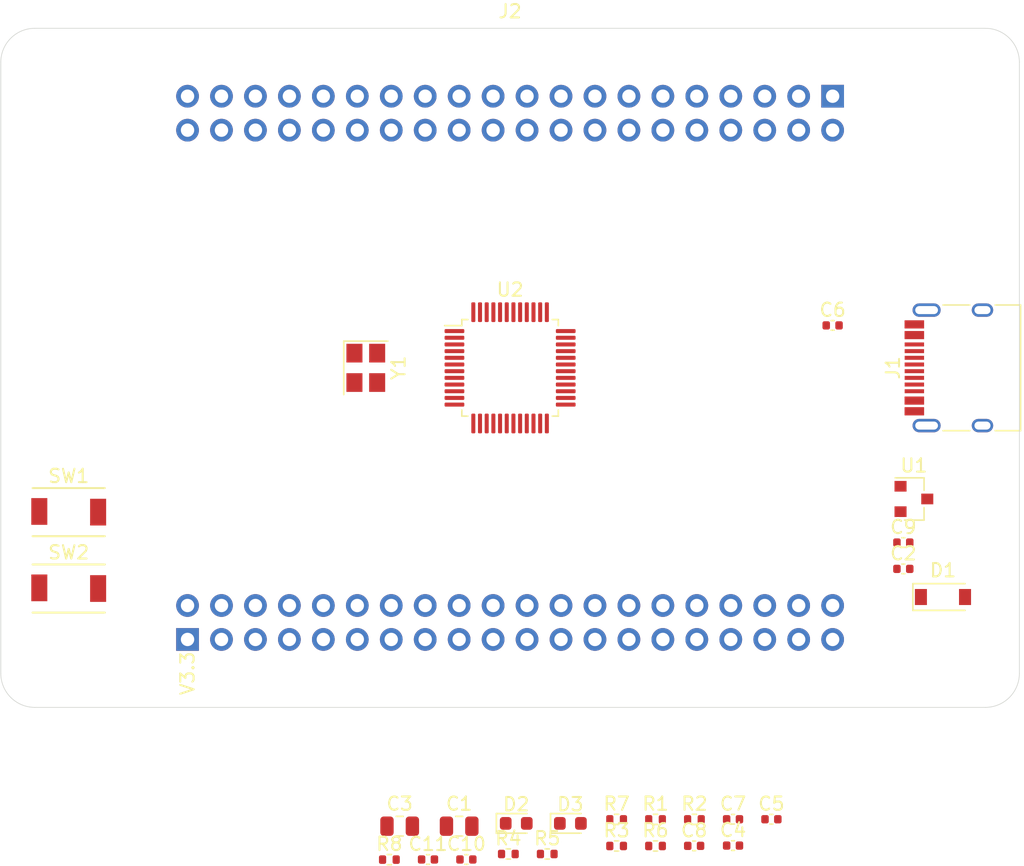
<source format=kicad_pcb>
(kicad_pcb (version 20171130) (host pcbnew 5.1.9+dfsg1-1)

  (general
    (thickness 1.6)
    (drawings 8)
    (tracks 0)
    (zones 0)
    (modules 29)
    (nets 88)
  )

  (page A4)
  (layers
    (0 F.Cu signal)
    (31 B.Cu signal)
    (32 B.Adhes user)
    (33 F.Adhes user)
    (34 B.Paste user)
    (35 F.Paste user)
    (36 B.SilkS user)
    (37 F.SilkS user)
    (38 B.Mask user)
    (39 F.Mask user)
    (40 Dwgs.User user)
    (41 Cmts.User user)
    (42 Eco1.User user)
    (43 Eco2.User user)
    (44 Edge.Cuts user)
    (45 Margin user)
    (46 B.CrtYd user)
    (47 F.CrtYd user)
    (48 B.Fab user hide)
    (49 F.Fab user hide)
  )

  (setup
    (last_trace_width 0.25)
    (trace_clearance 0.2)
    (zone_clearance 0.508)
    (zone_45_only no)
    (trace_min 0.2)
    (via_size 0.8)
    (via_drill 0.4)
    (via_min_size 0.4)
    (via_min_drill 0.3)
    (uvia_size 0.3)
    (uvia_drill 0.1)
    (uvias_allowed no)
    (uvia_min_size 0.2)
    (uvia_min_drill 0.1)
    (edge_width 0.05)
    (segment_width 0.2)
    (pcb_text_width 0.3)
    (pcb_text_size 1.5 1.5)
    (mod_edge_width 0.12)
    (mod_text_size 1 1)
    (mod_text_width 0.15)
    (pad_size 1.524 1.524)
    (pad_drill 0.762)
    (pad_to_mask_clearance 0)
    (aux_axis_origin 0 0)
    (grid_origin 152.4 101.6)
    (visible_elements FFFFFF7F)
    (pcbplotparams
      (layerselection 0x010fc_ffffffff)
      (usegerberextensions false)
      (usegerberattributes true)
      (usegerberadvancedattributes true)
      (creategerberjobfile true)
      (excludeedgelayer true)
      (linewidth 0.100000)
      (plotframeref false)
      (viasonmask false)
      (mode 1)
      (useauxorigin false)
      (hpglpennumber 1)
      (hpglpenspeed 20)
      (hpglpendiameter 15.000000)
      (psnegative false)
      (psa4output false)
      (plotreference true)
      (plotvalue true)
      (plotinvisibletext false)
      (padsonsilk false)
      (subtractmaskfromsilk false)
      (outputformat 1)
      (mirror false)
      (drillshape 1)
      (scaleselection 1)
      (outputdirectory ""))
  )

  (net 0 "")
  (net 1 GND)
  (net 2 +5V)
  (net 3 NRST)
  (net 4 +3V3)
  (net 5 "Net-(C10-Pad1)")
  (net 6 "Net-(C11-Pad1)")
  (net 7 VBUS)
  (net 8 "Net-(D2-Pad1)")
  (net 9 "Net-(D3-Pad1)")
  (net 10 "Net-(J1-PadB8)")
  (net 11 "Net-(J1-PadA5)")
  (net 12 "Net-(J1-PadA7)")
  (net 13 "Net-(J1-PadA6)")
  (net 14 "Net-(J1-PadA8)")
  (net 15 "Net-(J1-PadB5)")
  (net 16 "Net-(J2-Pad78)")
  (net 17 "Net-(J2-Pad77)")
  (net 18 PC15)
  (net 19 "Net-(J2-Pad75)")
  (net 20 PC13)
  (net 21 PC14)
  (net 22 "Net-(J2-Pad72)")
  (net 23 "Net-(J2-Pad71)")
  (net 24 PB9)
  (net 25 PB8)
  (net 26 PB7)
  (net 27 PB6)
  (net 28 PB5)
  (net 29 PB4)
  (net 30 PB3)
  (net 31 PD2)
  (net 32 "Net-(J2-Pad62)")
  (net 33 PC12)
  (net 34 PC11)
  (net 35 PC10)
  (net 36 "Net-(J2-Pad58)")
  (net 37 "Net-(J2-Pad57)")
  (net 38 PA15)
  (net 39 PA14)
  (net 40 PA13)
  (net 41 PA12)
  (net 42 PA11)
  (net 43 PA10)
  (net 44 PA9)
  (net 45 PA8)
  (net 46 "Net-(J2-Pad48)")
  (net 47 "Net-(J2-Pad47)")
  (net 48 "Net-(J2-Pad46)")
  (net 49 "Net-(J2-Pad45)")
  (net 50 "Net-(J2-Pad44)")
  (net 51 "Net-(J2-Pad43)")
  (net 52 "Net-(J2-Pad38)")
  (net 53 "Net-(J2-Pad37)")
  (net 54 "Net-(J2-Pad36)")
  (net 55 "Net-(J2-Pad35)")
  (net 56 "Net-(J2-Pad34)")
  (net 57 "Net-(J2-Pad33)")
  (net 58 PC9)
  (net 59 PC8)
  (net 60 PC7)
  (net 61 PC6)
  (net 62 PB15)
  (net 63 PB14)
  (net 64 PB13)
  (net 65 PB12)
  (net 66 PB11)
  (net 67 PB10)
  (net 68 "Net-(J2-Pad22)")
  (net 69 PB2)
  (net 70 PB1)
  (net 71 PB0)
  (net 72 PC5)
  (net 73 PC4)
  (net 74 PA7)
  (net 75 PA6)
  (net 76 PA5)
  (net 77 PA4)
  (net 78 PA3)
  (net 79 PA2)
  (net 80 PA1)
  (net 81 PA0)
  (net 82 PC3)
  (net 83 PC2)
  (net 84 PC1)
  (net 85 PC0)
  (net 86 BO0)
  (net 87 UCC)

  (net_class Default "This is the default net class."
    (clearance 0.2)
    (trace_width 0.25)
    (via_dia 0.8)
    (via_drill 0.4)
    (uvia_dia 0.3)
    (uvia_drill 0.1)
    (add_net +3V3)
    (add_net +5V)
    (add_net BO0)
    (add_net GND)
    (add_net NRST)
    (add_net "Net-(C10-Pad1)")
    (add_net "Net-(C11-Pad1)")
    (add_net "Net-(D2-Pad1)")
    (add_net "Net-(D3-Pad1)")
    (add_net "Net-(J1-PadA5)")
    (add_net "Net-(J1-PadA6)")
    (add_net "Net-(J1-PadA7)")
    (add_net "Net-(J1-PadA8)")
    (add_net "Net-(J1-PadB5)")
    (add_net "Net-(J1-PadB8)")
    (add_net "Net-(J2-Pad22)")
    (add_net "Net-(J2-Pad33)")
    (add_net "Net-(J2-Pad34)")
    (add_net "Net-(J2-Pad35)")
    (add_net "Net-(J2-Pad36)")
    (add_net "Net-(J2-Pad37)")
    (add_net "Net-(J2-Pad38)")
    (add_net "Net-(J2-Pad43)")
    (add_net "Net-(J2-Pad44)")
    (add_net "Net-(J2-Pad45)")
    (add_net "Net-(J2-Pad46)")
    (add_net "Net-(J2-Pad47)")
    (add_net "Net-(J2-Pad48)")
    (add_net "Net-(J2-Pad57)")
    (add_net "Net-(J2-Pad58)")
    (add_net "Net-(J2-Pad62)")
    (add_net "Net-(J2-Pad71)")
    (add_net "Net-(J2-Pad72)")
    (add_net "Net-(J2-Pad75)")
    (add_net "Net-(J2-Pad77)")
    (add_net "Net-(J2-Pad78)")
    (add_net PA0)
    (add_net PA1)
    (add_net PA10)
    (add_net PA11)
    (add_net PA12)
    (add_net PA13)
    (add_net PA14)
    (add_net PA15)
    (add_net PA2)
    (add_net PA3)
    (add_net PA4)
    (add_net PA5)
    (add_net PA6)
    (add_net PA7)
    (add_net PA8)
    (add_net PA9)
    (add_net PB0)
    (add_net PB1)
    (add_net PB10)
    (add_net PB11)
    (add_net PB12)
    (add_net PB13)
    (add_net PB14)
    (add_net PB15)
    (add_net PB2)
    (add_net PB3)
    (add_net PB4)
    (add_net PB5)
    (add_net PB6)
    (add_net PB7)
    (add_net PB8)
    (add_net PB9)
    (add_net PC0)
    (add_net PC1)
    (add_net PC10)
    (add_net PC11)
    (add_net PC12)
    (add_net PC13)
    (add_net PC14)
    (add_net PC15)
    (add_net PC2)
    (add_net PC3)
    (add_net PC4)
    (add_net PC5)
    (add_net PC6)
    (add_net PC7)
    (add_net PC8)
    (add_net PC9)
    (add_net PD2)
    (add_net UCC)
    (add_net VBUS)
  )

  (module Crystal:Crystal_SMD_3225-4Pin_3.2x2.5mm (layer F.Cu) (tedit 5A0FD1B2) (tstamp 60D2A96F)
    (at 141.605 101.6 270)
    (descr "SMD Crystal SERIES SMD3225/4 http://www.txccrystal.com/images/pdf/7m-accuracy.pdf, 3.2x2.5mm^2 package")
    (tags "SMD SMT crystal")
    (path /60E3CE60)
    (attr smd)
    (fp_text reference Y1 (at 0 -2.45 90) (layer F.SilkS)
      (effects (font (size 1 1) (thickness 0.15)))
    )
    (fp_text value "16 MHz" (at 0 2.45 90) (layer F.Fab)
      (effects (font (size 1 1) (thickness 0.15)))
    )
    (fp_line (start 2.1 -1.7) (end -2.1 -1.7) (layer F.CrtYd) (width 0.05))
    (fp_line (start 2.1 1.7) (end 2.1 -1.7) (layer F.CrtYd) (width 0.05))
    (fp_line (start -2.1 1.7) (end 2.1 1.7) (layer F.CrtYd) (width 0.05))
    (fp_line (start -2.1 -1.7) (end -2.1 1.7) (layer F.CrtYd) (width 0.05))
    (fp_line (start -2 1.65) (end 2 1.65) (layer F.SilkS) (width 0.12))
    (fp_line (start -2 -1.65) (end -2 1.65) (layer F.SilkS) (width 0.12))
    (fp_line (start -1.6 0.25) (end -0.6 1.25) (layer F.Fab) (width 0.1))
    (fp_line (start 1.6 -1.25) (end -1.6 -1.25) (layer F.Fab) (width 0.1))
    (fp_line (start 1.6 1.25) (end 1.6 -1.25) (layer F.Fab) (width 0.1))
    (fp_line (start -1.6 1.25) (end 1.6 1.25) (layer F.Fab) (width 0.1))
    (fp_line (start -1.6 -1.25) (end -1.6 1.25) (layer F.Fab) (width 0.1))
    (fp_text user %R (at 0 0 90) (layer F.Fab)
      (effects (font (size 0.7 0.7) (thickness 0.105)))
    )
    (pad 4 smd rect (at -1.1 -0.85 270) (size 1.4 1.2) (layers F.Cu F.Paste F.Mask)
      (net 1 GND))
    (pad 3 smd rect (at 1.1 -0.85 270) (size 1.4 1.2) (layers F.Cu F.Paste F.Mask)
      (net 6 "Net-(C11-Pad1)"))
    (pad 2 smd rect (at 1.1 0.85 270) (size 1.4 1.2) (layers F.Cu F.Paste F.Mask)
      (net 1 GND))
    (pad 1 smd rect (at -1.1 0.85 270) (size 1.4 1.2) (layers F.Cu F.Paste F.Mask)
      (net 5 "Net-(C10-Pad1)"))
    (model ${KISYS3DMOD}/Crystal.3dshapes/Crystal_SMD_3225-4Pin_3.2x2.5mm.wrl
      (at (xyz 0 0 0))
      (scale (xyz 1 1 1))
      (rotate (xyz 0 0 0))
    )
  )

  (module Package_QFP:LQFP-48_7x7mm_P0.5mm (layer F.Cu) (tedit 5D9F72AF) (tstamp 60D2A9EF)
    (at 152.4 101.6)
    (descr "LQFP, 48 Pin (https://www.analog.com/media/en/technical-documentation/data-sheets/ltc2358-16.pdf), generated with kicad-footprint-generator ipc_gullwing_generator.py")
    (tags "LQFP QFP")
    (path /60ED3EFB)
    (attr smd)
    (fp_text reference U2 (at 0 -5.85) (layer F.SilkS)
      (effects (font (size 1 1) (thickness 0.15)))
    )
    (fp_text value STM32F103CBTx (at 0 5.85) (layer F.Fab)
      (effects (font (size 1 1) (thickness 0.15)))
    )
    (fp_line (start 5.15 3.15) (end 5.15 0) (layer F.CrtYd) (width 0.05))
    (fp_line (start 3.75 3.15) (end 5.15 3.15) (layer F.CrtYd) (width 0.05))
    (fp_line (start 3.75 3.75) (end 3.75 3.15) (layer F.CrtYd) (width 0.05))
    (fp_line (start 3.15 3.75) (end 3.75 3.75) (layer F.CrtYd) (width 0.05))
    (fp_line (start 3.15 5.15) (end 3.15 3.75) (layer F.CrtYd) (width 0.05))
    (fp_line (start 0 5.15) (end 3.15 5.15) (layer F.CrtYd) (width 0.05))
    (fp_line (start -5.15 3.15) (end -5.15 0) (layer F.CrtYd) (width 0.05))
    (fp_line (start -3.75 3.15) (end -5.15 3.15) (layer F.CrtYd) (width 0.05))
    (fp_line (start -3.75 3.75) (end -3.75 3.15) (layer F.CrtYd) (width 0.05))
    (fp_line (start -3.15 3.75) (end -3.75 3.75) (layer F.CrtYd) (width 0.05))
    (fp_line (start -3.15 5.15) (end -3.15 3.75) (layer F.CrtYd) (width 0.05))
    (fp_line (start 0 5.15) (end -3.15 5.15) (layer F.CrtYd) (width 0.05))
    (fp_line (start 5.15 -3.15) (end 5.15 0) (layer F.CrtYd) (width 0.05))
    (fp_line (start 3.75 -3.15) (end 5.15 -3.15) (layer F.CrtYd) (width 0.05))
    (fp_line (start 3.75 -3.75) (end 3.75 -3.15) (layer F.CrtYd) (width 0.05))
    (fp_line (start 3.15 -3.75) (end 3.75 -3.75) (layer F.CrtYd) (width 0.05))
    (fp_line (start 3.15 -5.15) (end 3.15 -3.75) (layer F.CrtYd) (width 0.05))
    (fp_line (start 0 -5.15) (end 3.15 -5.15) (layer F.CrtYd) (width 0.05))
    (fp_line (start -5.15 -3.15) (end -5.15 0) (layer F.CrtYd) (width 0.05))
    (fp_line (start -3.75 -3.15) (end -5.15 -3.15) (layer F.CrtYd) (width 0.05))
    (fp_line (start -3.75 -3.75) (end -3.75 -3.15) (layer F.CrtYd) (width 0.05))
    (fp_line (start -3.15 -3.75) (end -3.75 -3.75) (layer F.CrtYd) (width 0.05))
    (fp_line (start -3.15 -5.15) (end -3.15 -3.75) (layer F.CrtYd) (width 0.05))
    (fp_line (start 0 -5.15) (end -3.15 -5.15) (layer F.CrtYd) (width 0.05))
    (fp_line (start -3.5 -2.5) (end -2.5 -3.5) (layer F.Fab) (width 0.1))
    (fp_line (start -3.5 3.5) (end -3.5 -2.5) (layer F.Fab) (width 0.1))
    (fp_line (start 3.5 3.5) (end -3.5 3.5) (layer F.Fab) (width 0.1))
    (fp_line (start 3.5 -3.5) (end 3.5 3.5) (layer F.Fab) (width 0.1))
    (fp_line (start -2.5 -3.5) (end 3.5 -3.5) (layer F.Fab) (width 0.1))
    (fp_line (start -3.61 -3.16) (end -4.9 -3.16) (layer F.SilkS) (width 0.12))
    (fp_line (start -3.61 -3.61) (end -3.61 -3.16) (layer F.SilkS) (width 0.12))
    (fp_line (start -3.16 -3.61) (end -3.61 -3.61) (layer F.SilkS) (width 0.12))
    (fp_line (start 3.61 -3.61) (end 3.61 -3.16) (layer F.SilkS) (width 0.12))
    (fp_line (start 3.16 -3.61) (end 3.61 -3.61) (layer F.SilkS) (width 0.12))
    (fp_line (start -3.61 3.61) (end -3.61 3.16) (layer F.SilkS) (width 0.12))
    (fp_line (start -3.16 3.61) (end -3.61 3.61) (layer F.SilkS) (width 0.12))
    (fp_line (start 3.61 3.61) (end 3.61 3.16) (layer F.SilkS) (width 0.12))
    (fp_line (start 3.16 3.61) (end 3.61 3.61) (layer F.SilkS) (width 0.12))
    (fp_text user %R (at 0 0) (layer F.Fab)
      (effects (font (size 1 1) (thickness 0.15)))
    )
    (pad 48 smd roundrect (at -2.75 -4.1625) (size 0.3 1.475) (layers F.Cu F.Paste F.Mask) (roundrect_rratio 0.25)
      (net 4 +3V3))
    (pad 47 smd roundrect (at -2.25 -4.1625) (size 0.3 1.475) (layers F.Cu F.Paste F.Mask) (roundrect_rratio 0.25)
      (net 1 GND))
    (pad 46 smd roundrect (at -1.75 -4.1625) (size 0.3 1.475) (layers F.Cu F.Paste F.Mask) (roundrect_rratio 0.25)
      (net 24 PB9))
    (pad 45 smd roundrect (at -1.25 -4.1625) (size 0.3 1.475) (layers F.Cu F.Paste F.Mask) (roundrect_rratio 0.25)
      (net 25 PB8))
    (pad 44 smd roundrect (at -0.75 -4.1625) (size 0.3 1.475) (layers F.Cu F.Paste F.Mask) (roundrect_rratio 0.25)
      (net 86 BO0))
    (pad 43 smd roundrect (at -0.25 -4.1625) (size 0.3 1.475) (layers F.Cu F.Paste F.Mask) (roundrect_rratio 0.25)
      (net 26 PB7))
    (pad 42 smd roundrect (at 0.25 -4.1625) (size 0.3 1.475) (layers F.Cu F.Paste F.Mask) (roundrect_rratio 0.25)
      (net 27 PB6))
    (pad 41 smd roundrect (at 0.75 -4.1625) (size 0.3 1.475) (layers F.Cu F.Paste F.Mask) (roundrect_rratio 0.25)
      (net 28 PB5))
    (pad 40 smd roundrect (at 1.25 -4.1625) (size 0.3 1.475) (layers F.Cu F.Paste F.Mask) (roundrect_rratio 0.25)
      (net 29 PB4))
    (pad 39 smd roundrect (at 1.75 -4.1625) (size 0.3 1.475) (layers F.Cu F.Paste F.Mask) (roundrect_rratio 0.25)
      (net 30 PB3))
    (pad 38 smd roundrect (at 2.25 -4.1625) (size 0.3 1.475) (layers F.Cu F.Paste F.Mask) (roundrect_rratio 0.25)
      (net 38 PA15))
    (pad 37 smd roundrect (at 2.75 -4.1625) (size 0.3 1.475) (layers F.Cu F.Paste F.Mask) (roundrect_rratio 0.25)
      (net 39 PA14))
    (pad 36 smd roundrect (at 4.1625 -2.75) (size 1.475 0.3) (layers F.Cu F.Paste F.Mask) (roundrect_rratio 0.25)
      (net 4 +3V3))
    (pad 35 smd roundrect (at 4.1625 -2.25) (size 1.475 0.3) (layers F.Cu F.Paste F.Mask) (roundrect_rratio 0.25)
      (net 1 GND))
    (pad 34 smd roundrect (at 4.1625 -1.75) (size 1.475 0.3) (layers F.Cu F.Paste F.Mask) (roundrect_rratio 0.25)
      (net 40 PA13))
    (pad 33 smd roundrect (at 4.1625 -1.25) (size 1.475 0.3) (layers F.Cu F.Paste F.Mask) (roundrect_rratio 0.25)
      (net 41 PA12))
    (pad 32 smd roundrect (at 4.1625 -0.75) (size 1.475 0.3) (layers F.Cu F.Paste F.Mask) (roundrect_rratio 0.25)
      (net 42 PA11))
    (pad 31 smd roundrect (at 4.1625 -0.25) (size 1.475 0.3) (layers F.Cu F.Paste F.Mask) (roundrect_rratio 0.25)
      (net 43 PA10))
    (pad 30 smd roundrect (at 4.1625 0.25) (size 1.475 0.3) (layers F.Cu F.Paste F.Mask) (roundrect_rratio 0.25)
      (net 44 PA9))
    (pad 29 smd roundrect (at 4.1625 0.75) (size 1.475 0.3) (layers F.Cu F.Paste F.Mask) (roundrect_rratio 0.25)
      (net 45 PA8))
    (pad 28 smd roundrect (at 4.1625 1.25) (size 1.475 0.3) (layers F.Cu F.Paste F.Mask) (roundrect_rratio 0.25)
      (net 62 PB15))
    (pad 27 smd roundrect (at 4.1625 1.75) (size 1.475 0.3) (layers F.Cu F.Paste F.Mask) (roundrect_rratio 0.25)
      (net 63 PB14))
    (pad 26 smd roundrect (at 4.1625 2.25) (size 1.475 0.3) (layers F.Cu F.Paste F.Mask) (roundrect_rratio 0.25)
      (net 64 PB13))
    (pad 25 smd roundrect (at 4.1625 2.75) (size 1.475 0.3) (layers F.Cu F.Paste F.Mask) (roundrect_rratio 0.25)
      (net 65 PB12))
    (pad 24 smd roundrect (at 2.75 4.1625) (size 0.3 1.475) (layers F.Cu F.Paste F.Mask) (roundrect_rratio 0.25)
      (net 4 +3V3))
    (pad 23 smd roundrect (at 2.25 4.1625) (size 0.3 1.475) (layers F.Cu F.Paste F.Mask) (roundrect_rratio 0.25)
      (net 1 GND))
    (pad 22 smd roundrect (at 1.75 4.1625) (size 0.3 1.475) (layers F.Cu F.Paste F.Mask) (roundrect_rratio 0.25)
      (net 66 PB11))
    (pad 21 smd roundrect (at 1.25 4.1625) (size 0.3 1.475) (layers F.Cu F.Paste F.Mask) (roundrect_rratio 0.25)
      (net 67 PB10))
    (pad 20 smd roundrect (at 0.75 4.1625) (size 0.3 1.475) (layers F.Cu F.Paste F.Mask) (roundrect_rratio 0.25)
      (net 69 PB2))
    (pad 19 smd roundrect (at 0.25 4.1625) (size 0.3 1.475) (layers F.Cu F.Paste F.Mask) (roundrect_rratio 0.25)
      (net 70 PB1))
    (pad 18 smd roundrect (at -0.25 4.1625) (size 0.3 1.475) (layers F.Cu F.Paste F.Mask) (roundrect_rratio 0.25)
      (net 71 PB0))
    (pad 17 smd roundrect (at -0.75 4.1625) (size 0.3 1.475) (layers F.Cu F.Paste F.Mask) (roundrect_rratio 0.25)
      (net 74 PA7))
    (pad 16 smd roundrect (at -1.25 4.1625) (size 0.3 1.475) (layers F.Cu F.Paste F.Mask) (roundrect_rratio 0.25)
      (net 75 PA6))
    (pad 15 smd roundrect (at -1.75 4.1625) (size 0.3 1.475) (layers F.Cu F.Paste F.Mask) (roundrect_rratio 0.25)
      (net 76 PA5))
    (pad 14 smd roundrect (at -2.25 4.1625) (size 0.3 1.475) (layers F.Cu F.Paste F.Mask) (roundrect_rratio 0.25)
      (net 77 PA4))
    (pad 13 smd roundrect (at -2.75 4.1625) (size 0.3 1.475) (layers F.Cu F.Paste F.Mask) (roundrect_rratio 0.25)
      (net 78 PA3))
    (pad 12 smd roundrect (at -4.1625 2.75) (size 1.475 0.3) (layers F.Cu F.Paste F.Mask) (roundrect_rratio 0.25)
      (net 79 PA2))
    (pad 11 smd roundrect (at -4.1625 2.25) (size 1.475 0.3) (layers F.Cu F.Paste F.Mask) (roundrect_rratio 0.25)
      (net 80 PA1))
    (pad 10 smd roundrect (at -4.1625 1.75) (size 1.475 0.3) (layers F.Cu F.Paste F.Mask) (roundrect_rratio 0.25)
      (net 81 PA0))
    (pad 9 smd roundrect (at -4.1625 1.25) (size 1.475 0.3) (layers F.Cu F.Paste F.Mask) (roundrect_rratio 0.25)
      (net 4 +3V3))
    (pad 8 smd roundrect (at -4.1625 0.75) (size 1.475 0.3) (layers F.Cu F.Paste F.Mask) (roundrect_rratio 0.25)
      (net 1 GND))
    (pad 7 smd roundrect (at -4.1625 0.25) (size 1.475 0.3) (layers F.Cu F.Paste F.Mask) (roundrect_rratio 0.25)
      (net 3 NRST))
    (pad 6 smd roundrect (at -4.1625 -0.25) (size 1.475 0.3) (layers F.Cu F.Paste F.Mask) (roundrect_rratio 0.25)
      (net 6 "Net-(C11-Pad1)"))
    (pad 5 smd roundrect (at -4.1625 -0.75) (size 1.475 0.3) (layers F.Cu F.Paste F.Mask) (roundrect_rratio 0.25)
      (net 5 "Net-(C10-Pad1)"))
    (pad 4 smd roundrect (at -4.1625 -1.25) (size 1.475 0.3) (layers F.Cu F.Paste F.Mask) (roundrect_rratio 0.25)
      (net 18 PC15))
    (pad 3 smd roundrect (at -4.1625 -1.75) (size 1.475 0.3) (layers F.Cu F.Paste F.Mask) (roundrect_rratio 0.25)
      (net 21 PC14))
    (pad 2 smd roundrect (at -4.1625 -2.25) (size 1.475 0.3) (layers F.Cu F.Paste F.Mask) (roundrect_rratio 0.25)
      (net 20 PC13))
    (pad 1 smd roundrect (at -4.1625 -2.75) (size 1.475 0.3) (layers F.Cu F.Paste F.Mask) (roundrect_rratio 0.25)
      (net 4 +3V3))
    (model ${KISYS3DMOD}/Package_QFP.3dshapes/LQFP-48_7x7mm_P0.5mm.wrl
      (at (xyz 0 0 0))
      (scale (xyz 1 1 1))
      (rotate (xyz 0 0 0))
    )
  )

  (module Package_TO_SOT_SMD:SOT-23 (layer F.Cu) (tedit 5A02FF57) (tstamp 60D2AAB7)
    (at 182.61 111.41)
    (descr "SOT-23, Standard")
    (tags SOT-23)
    (path /60E3CF41)
    (attr smd)
    (fp_text reference U1 (at 0 -2.5) (layer F.SilkS)
      (effects (font (size 1 1) (thickness 0.15)))
    )
    (fp_text value XC6206P332MR (at 0 2.5) (layer F.Fab)
      (effects (font (size 1 1) (thickness 0.15)))
    )
    (fp_line (start 0.76 1.58) (end -0.7 1.58) (layer F.SilkS) (width 0.12))
    (fp_line (start 0.76 -1.58) (end -1.4 -1.58) (layer F.SilkS) (width 0.12))
    (fp_line (start -1.7 1.75) (end -1.7 -1.75) (layer F.CrtYd) (width 0.05))
    (fp_line (start 1.7 1.75) (end -1.7 1.75) (layer F.CrtYd) (width 0.05))
    (fp_line (start 1.7 -1.75) (end 1.7 1.75) (layer F.CrtYd) (width 0.05))
    (fp_line (start -1.7 -1.75) (end 1.7 -1.75) (layer F.CrtYd) (width 0.05))
    (fp_line (start 0.76 -1.58) (end 0.76 -0.65) (layer F.SilkS) (width 0.12))
    (fp_line (start 0.76 1.58) (end 0.76 0.65) (layer F.SilkS) (width 0.12))
    (fp_line (start -0.7 1.52) (end 0.7 1.52) (layer F.Fab) (width 0.1))
    (fp_line (start 0.7 -1.52) (end 0.7 1.52) (layer F.Fab) (width 0.1))
    (fp_line (start -0.7 -0.95) (end -0.15 -1.52) (layer F.Fab) (width 0.1))
    (fp_line (start -0.15 -1.52) (end 0.7 -1.52) (layer F.Fab) (width 0.1))
    (fp_line (start -0.7 -0.95) (end -0.7 1.5) (layer F.Fab) (width 0.1))
    (fp_text user %R (at 0 0 90) (layer F.Fab)
      (effects (font (size 0.5 0.5) (thickness 0.075)))
    )
    (pad 3 smd rect (at 1 0) (size 0.9 0.8) (layers F.Cu F.Paste F.Mask)
      (net 2 +5V))
    (pad 2 smd rect (at -1 0.95) (size 0.9 0.8) (layers F.Cu F.Paste F.Mask)
      (net 4 +3V3))
    (pad 1 smd rect (at -1 -0.95) (size 0.9 0.8) (layers F.Cu F.Paste F.Mask)
      (net 1 GND))
    (model ${KISYS3DMOD}/Package_TO_SOT_SMD.3dshapes/SOT-23.wrl
      (at (xyz 0 0 0))
      (scale (xyz 1 1 1))
      (rotate (xyz 0 0 0))
    )
  )

  (module stm32world:TS-1088R-02526 (layer F.Cu) (tedit 60C6CED9) (tstamp 60D2AAEB)
    (at 119.38 118.11)
    (path /60E3CFDD)
    (fp_text reference SW2 (at 0 -2.7) (layer F.SilkS)
      (effects (font (size 1 1) (thickness 0.15)))
    )
    (fp_text value ~ (at 0 2.8) (layer F.Fab)
      (effects (font (size 1 1) (thickness 0.15)))
    )
    (fp_line (start -2 -1.5) (end 2 -1.5) (layer F.Fab) (width 0.12))
    (fp_line (start 2 -1.5) (end 2 1.5) (layer F.Fab) (width 0.12))
    (fp_line (start 2 1.5) (end -2 1.5) (layer F.Fab) (width 0.12))
    (fp_line (start -2 1.5) (end -2 -1.5) (layer F.Fab) (width 0.12))
    (fp_circle (center 0 0) (end 0.5 -1) (layer F.Fab) (width 0.12))
    (fp_line (start -2.7 -1.8) (end 2.7 -1.8) (layer F.SilkS) (width 0.15))
    (fp_line (start 2.7 1.8) (end -2.7 1.8) (layer F.SilkS) (width 0.15))
    (pad 2 smd rect (at 2.2 0) (size 1.2 2) (layers F.Cu F.Paste F.Mask)
      (net 4 +3V3))
    (pad 1 smd rect (at -2.2 -0.05) (size 1.2 2) (layers F.Cu F.Paste F.Mask)
      (net 86 BO0))
    (model "${KIPRJMOD}/../lib/3x4x2 tact button.step"
      (offset (xyz -2.5 0.75 0))
      (scale (xyz 1 1 1))
      (rotate (xyz -90 0 0))
    )
  )

  (module stm32world:TS-1088R-02526 (layer F.Cu) (tedit 60C6CED9) (tstamp 60D2AB0F)
    (at 119.38 112.395)
    (path /60E3CF89)
    (fp_text reference SW1 (at 0 -2.7) (layer F.SilkS)
      (effects (font (size 1 1) (thickness 0.15)))
    )
    (fp_text value ~ (at 0 2.8) (layer F.Fab)
      (effects (font (size 1 1) (thickness 0.15)))
    )
    (fp_line (start -2 -1.5) (end 2 -1.5) (layer F.Fab) (width 0.12))
    (fp_line (start 2 -1.5) (end 2 1.5) (layer F.Fab) (width 0.12))
    (fp_line (start 2 1.5) (end -2 1.5) (layer F.Fab) (width 0.12))
    (fp_line (start -2 1.5) (end -2 -1.5) (layer F.Fab) (width 0.12))
    (fp_circle (center 0 0) (end 0.5 -1) (layer F.Fab) (width 0.12))
    (fp_line (start -2.7 -1.8) (end 2.7 -1.8) (layer F.SilkS) (width 0.15))
    (fp_line (start 2.7 1.8) (end -2.7 1.8) (layer F.SilkS) (width 0.15))
    (pad 2 smd rect (at 2.2 0) (size 1.2 2) (layers F.Cu F.Paste F.Mask)
      (net 3 NRST))
    (pad 1 smd rect (at -2.2 -0.05) (size 1.2 2) (layers F.Cu F.Paste F.Mask)
      (net 1 GND))
    (model "${KIPRJMOD}/../lib/3x4x2 tact button.step"
      (offset (xyz -2.5 0.75 0))
      (scale (xyz 1 1 1))
      (rotate (xyz -90 0 0))
    )
  )

  (module Resistor_SMD:R_0402_1005Metric (layer F.Cu) (tedit 5F68FEEE) (tstamp 60D2AB37)
    (at 143.37 138.39)
    (descr "Resistor SMD 0402 (1005 Metric), square (rectangular) end terminal, IPC_7351 nominal, (Body size source: IPC-SM-782 page 72, https://www.pcb-3d.com/wordpress/wp-content/uploads/ipc-sm-782a_amendment_1_and_2.pdf), generated with kicad-footprint-generator")
    (tags resistor)
    (path /60E3CFBE)
    (attr smd)
    (fp_text reference R8 (at 0 -1.17) (layer F.SilkS)
      (effects (font (size 1 1) (thickness 0.15)))
    )
    (fp_text value 220 (at 0 1.17) (layer F.Fab)
      (effects (font (size 1 1) (thickness 0.15)))
    )
    (fp_line (start 0.93 0.47) (end -0.93 0.47) (layer F.CrtYd) (width 0.05))
    (fp_line (start 0.93 -0.47) (end 0.93 0.47) (layer F.CrtYd) (width 0.05))
    (fp_line (start -0.93 -0.47) (end 0.93 -0.47) (layer F.CrtYd) (width 0.05))
    (fp_line (start -0.93 0.47) (end -0.93 -0.47) (layer F.CrtYd) (width 0.05))
    (fp_line (start -0.153641 0.38) (end 0.153641 0.38) (layer F.SilkS) (width 0.12))
    (fp_line (start -0.153641 -0.38) (end 0.153641 -0.38) (layer F.SilkS) (width 0.12))
    (fp_line (start 0.525 0.27) (end -0.525 0.27) (layer F.Fab) (width 0.1))
    (fp_line (start 0.525 -0.27) (end 0.525 0.27) (layer F.Fab) (width 0.1))
    (fp_line (start -0.525 -0.27) (end 0.525 -0.27) (layer F.Fab) (width 0.1))
    (fp_line (start -0.525 0.27) (end -0.525 -0.27) (layer F.Fab) (width 0.1))
    (fp_text user %R (at 0 0) (layer F.Fab)
      (effects (font (size 0.26 0.26) (thickness 0.04)))
    )
    (pad 2 smd roundrect (at 0.51 0) (size 0.54 0.64) (layers F.Cu F.Paste F.Mask) (roundrect_rratio 0.25)
      (net 20 PC13))
    (pad 1 smd roundrect (at -0.51 0) (size 0.54 0.64) (layers F.Cu F.Paste F.Mask) (roundrect_rratio 0.25)
      (net 9 "Net-(D3-Pad1)"))
    (model ${KISYS3DMOD}/Resistor_SMD.3dshapes/R_0402_1005Metric.wrl
      (at (xyz 0 0 0))
      (scale (xyz 1 1 1))
      (rotate (xyz 0 0 0))
    )
  )

  (module Resistor_SMD:R_0402_1005Metric (layer F.Cu) (tedit 5F68FEEE) (tstamp 60D2AB67)
    (at 160.37 135.38)
    (descr "Resistor SMD 0402 (1005 Metric), square (rectangular) end terminal, IPC_7351 nominal, (Body size source: IPC-SM-782 page 72, https://www.pcb-3d.com/wordpress/wp-content/uploads/ipc-sm-782a_amendment_1_and_2.pdf), generated with kicad-footprint-generator")
    (tags resistor)
    (path /60E3CFE5)
    (attr smd)
    (fp_text reference R7 (at 0 -1.17) (layer F.SilkS)
      (effects (font (size 1 1) (thickness 0.15)))
    )
    (fp_text value 220 (at 0 1.17) (layer F.Fab)
      (effects (font (size 1 1) (thickness 0.15)))
    )
    (fp_line (start 0.93 0.47) (end -0.93 0.47) (layer F.CrtYd) (width 0.05))
    (fp_line (start 0.93 -0.47) (end 0.93 0.47) (layer F.CrtYd) (width 0.05))
    (fp_line (start -0.93 -0.47) (end 0.93 -0.47) (layer F.CrtYd) (width 0.05))
    (fp_line (start -0.93 0.47) (end -0.93 -0.47) (layer F.CrtYd) (width 0.05))
    (fp_line (start -0.153641 0.38) (end 0.153641 0.38) (layer F.SilkS) (width 0.12))
    (fp_line (start -0.153641 -0.38) (end 0.153641 -0.38) (layer F.SilkS) (width 0.12))
    (fp_line (start 0.525 0.27) (end -0.525 0.27) (layer F.Fab) (width 0.1))
    (fp_line (start 0.525 -0.27) (end 0.525 0.27) (layer F.Fab) (width 0.1))
    (fp_line (start -0.525 -0.27) (end 0.525 -0.27) (layer F.Fab) (width 0.1))
    (fp_line (start -0.525 0.27) (end -0.525 -0.27) (layer F.Fab) (width 0.1))
    (fp_text user %R (at 0 0) (layer F.Fab)
      (effects (font (size 0.26 0.26) (thickness 0.04)))
    )
    (pad 2 smd roundrect (at 0.51 0) (size 0.54 0.64) (layers F.Cu F.Paste F.Mask) (roundrect_rratio 0.25)
      (net 1 GND))
    (pad 1 smd roundrect (at -0.51 0) (size 0.54 0.64) (layers F.Cu F.Paste F.Mask) (roundrect_rratio 0.25)
      (net 8 "Net-(D2-Pad1)"))
    (model ${KISYS3DMOD}/Resistor_SMD.3dshapes/R_0402_1005Metric.wrl
      (at (xyz 0 0 0))
      (scale (xyz 1 1 1))
      (rotate (xyz 0 0 0))
    )
  )

  (module Resistor_SMD:R_0402_1005Metric (layer F.Cu) (tedit 5F68FEEE) (tstamp 60D2AB97)
    (at 163.28 137.37)
    (descr "Resistor SMD 0402 (1005 Metric), square (rectangular) end terminal, IPC_7351 nominal, (Body size source: IPC-SM-782 page 72, https://www.pcb-3d.com/wordpress/wp-content/uploads/ipc-sm-782a_amendment_1_and_2.pdf), generated with kicad-footprint-generator")
    (tags resistor)
    (path /60E3CEC1)
    (attr smd)
    (fp_text reference R6 (at 0 -1.17) (layer F.SilkS)
      (effects (font (size 1 1) (thickness 0.15)))
    )
    (fp_text value 22R (at 0 1.17) (layer F.Fab)
      (effects (font (size 1 1) (thickness 0.15)))
    )
    (fp_line (start 0.93 0.47) (end -0.93 0.47) (layer F.CrtYd) (width 0.05))
    (fp_line (start 0.93 -0.47) (end 0.93 0.47) (layer F.CrtYd) (width 0.05))
    (fp_line (start -0.93 -0.47) (end 0.93 -0.47) (layer F.CrtYd) (width 0.05))
    (fp_line (start -0.93 0.47) (end -0.93 -0.47) (layer F.CrtYd) (width 0.05))
    (fp_line (start -0.153641 0.38) (end 0.153641 0.38) (layer F.SilkS) (width 0.12))
    (fp_line (start -0.153641 -0.38) (end 0.153641 -0.38) (layer F.SilkS) (width 0.12))
    (fp_line (start 0.525 0.27) (end -0.525 0.27) (layer F.Fab) (width 0.1))
    (fp_line (start 0.525 -0.27) (end 0.525 0.27) (layer F.Fab) (width 0.1))
    (fp_line (start -0.525 -0.27) (end 0.525 -0.27) (layer F.Fab) (width 0.1))
    (fp_line (start -0.525 0.27) (end -0.525 -0.27) (layer F.Fab) (width 0.1))
    (fp_text user %R (at 0 0) (layer F.Fab)
      (effects (font (size 0.26 0.26) (thickness 0.04)))
    )
    (pad 2 smd roundrect (at 0.51 0) (size 0.54 0.64) (layers F.Cu F.Paste F.Mask) (roundrect_rratio 0.25)
      (net 41 PA12))
    (pad 1 smd roundrect (at -0.51 0) (size 0.54 0.64) (layers F.Cu F.Paste F.Mask) (roundrect_rratio 0.25)
      (net 13 "Net-(J1-PadA6)"))
    (model ${KISYS3DMOD}/Resistor_SMD.3dshapes/R_0402_1005Metric.wrl
      (at (xyz 0 0 0))
      (scale (xyz 1 1 1))
      (rotate (xyz 0 0 0))
    )
  )

  (module Resistor_SMD:R_0402_1005Metric (layer F.Cu) (tedit 5F68FEEE) (tstamp 60D2ABC7)
    (at 155.18 137.97)
    (descr "Resistor SMD 0402 (1005 Metric), square (rectangular) end terminal, IPC_7351 nominal, (Body size source: IPC-SM-782 page 72, https://www.pcb-3d.com/wordpress/wp-content/uploads/ipc-sm-782a_amendment_1_and_2.pdf), generated with kicad-footprint-generator")
    (tags resistor)
    (path /60E3CEBA)
    (attr smd)
    (fp_text reference R5 (at 0 -1.17) (layer F.SilkS)
      (effects (font (size 1 1) (thickness 0.15)))
    )
    (fp_text value 22R (at 0 1.17) (layer F.Fab)
      (effects (font (size 1 1) (thickness 0.15)))
    )
    (fp_line (start 0.93 0.47) (end -0.93 0.47) (layer F.CrtYd) (width 0.05))
    (fp_line (start 0.93 -0.47) (end 0.93 0.47) (layer F.CrtYd) (width 0.05))
    (fp_line (start -0.93 -0.47) (end 0.93 -0.47) (layer F.CrtYd) (width 0.05))
    (fp_line (start -0.93 0.47) (end -0.93 -0.47) (layer F.CrtYd) (width 0.05))
    (fp_line (start -0.153641 0.38) (end 0.153641 0.38) (layer F.SilkS) (width 0.12))
    (fp_line (start -0.153641 -0.38) (end 0.153641 -0.38) (layer F.SilkS) (width 0.12))
    (fp_line (start 0.525 0.27) (end -0.525 0.27) (layer F.Fab) (width 0.1))
    (fp_line (start 0.525 -0.27) (end 0.525 0.27) (layer F.Fab) (width 0.1))
    (fp_line (start -0.525 -0.27) (end 0.525 -0.27) (layer F.Fab) (width 0.1))
    (fp_line (start -0.525 0.27) (end -0.525 -0.27) (layer F.Fab) (width 0.1))
    (fp_text user %R (at 0 0) (layer F.Fab)
      (effects (font (size 0.26 0.26) (thickness 0.04)))
    )
    (pad 2 smd roundrect (at 0.51 0) (size 0.54 0.64) (layers F.Cu F.Paste F.Mask) (roundrect_rratio 0.25)
      (net 42 PA11))
    (pad 1 smd roundrect (at -0.51 0) (size 0.54 0.64) (layers F.Cu F.Paste F.Mask) (roundrect_rratio 0.25)
      (net 12 "Net-(J1-PadA7)"))
    (model ${KISYS3DMOD}/Resistor_SMD.3dshapes/R_0402_1005Metric.wrl
      (at (xyz 0 0 0))
      (scale (xyz 1 1 1))
      (rotate (xyz 0 0 0))
    )
  )

  (module Resistor_SMD:R_0402_1005Metric (layer F.Cu) (tedit 5F68FEEE) (tstamp 60D2ABF7)
    (at 152.27 137.97)
    (descr "Resistor SMD 0402 (1005 Metric), square (rectangular) end terminal, IPC_7351 nominal, (Body size source: IPC-SM-782 page 72, https://www.pcb-3d.com/wordpress/wp-content/uploads/ipc-sm-782a_amendment_1_and_2.pdf), generated with kicad-footprint-generator")
    (tags resistor)
    (path /60E3CE9C)
    (attr smd)
    (fp_text reference R4 (at 0 -1.17) (layer F.SilkS)
      (effects (font (size 1 1) (thickness 0.15)))
    )
    (fp_text value 5.1k (at 0 1.17) (layer F.Fab)
      (effects (font (size 1 1) (thickness 0.15)))
    )
    (fp_line (start 0.93 0.47) (end -0.93 0.47) (layer F.CrtYd) (width 0.05))
    (fp_line (start 0.93 -0.47) (end 0.93 0.47) (layer F.CrtYd) (width 0.05))
    (fp_line (start -0.93 -0.47) (end 0.93 -0.47) (layer F.CrtYd) (width 0.05))
    (fp_line (start -0.93 0.47) (end -0.93 -0.47) (layer F.CrtYd) (width 0.05))
    (fp_line (start -0.153641 0.38) (end 0.153641 0.38) (layer F.SilkS) (width 0.12))
    (fp_line (start -0.153641 -0.38) (end 0.153641 -0.38) (layer F.SilkS) (width 0.12))
    (fp_line (start 0.525 0.27) (end -0.525 0.27) (layer F.Fab) (width 0.1))
    (fp_line (start 0.525 -0.27) (end 0.525 0.27) (layer F.Fab) (width 0.1))
    (fp_line (start -0.525 -0.27) (end 0.525 -0.27) (layer F.Fab) (width 0.1))
    (fp_line (start -0.525 0.27) (end -0.525 -0.27) (layer F.Fab) (width 0.1))
    (fp_text user %R (at 0 0) (layer F.Fab)
      (effects (font (size 0.26 0.26) (thickness 0.04)))
    )
    (pad 2 smd roundrect (at 0.51 0) (size 0.54 0.64) (layers F.Cu F.Paste F.Mask) (roundrect_rratio 0.25)
      (net 87 UCC))
    (pad 1 smd roundrect (at -0.51 0) (size 0.54 0.64) (layers F.Cu F.Paste F.Mask) (roundrect_rratio 0.25)
      (net 15 "Net-(J1-PadB5)"))
    (model ${KISYS3DMOD}/Resistor_SMD.3dshapes/R_0402_1005Metric.wrl
      (at (xyz 0 0 0))
      (scale (xyz 1 1 1))
      (rotate (xyz 0 0 0))
    )
  )

  (module Resistor_SMD:R_0402_1005Metric (layer F.Cu) (tedit 5F68FEEE) (tstamp 60D2AC27)
    (at 160.37 137.37)
    (descr "Resistor SMD 0402 (1005 Metric), square (rectangular) end terminal, IPC_7351 nominal, (Body size source: IPC-SM-782 page 72, https://www.pcb-3d.com/wordpress/wp-content/uploads/ipc-sm-782a_amendment_1_and_2.pdf), generated with kicad-footprint-generator")
    (tags resistor)
    (path /60E3CE87)
    (attr smd)
    (fp_text reference R3 (at 0 -1.17) (layer F.SilkS)
      (effects (font (size 1 1) (thickness 0.15)))
    )
    (fp_text value 5.1k (at 0 1.17) (layer F.Fab)
      (effects (font (size 1 1) (thickness 0.15)))
    )
    (fp_line (start 0.93 0.47) (end -0.93 0.47) (layer F.CrtYd) (width 0.05))
    (fp_line (start 0.93 -0.47) (end 0.93 0.47) (layer F.CrtYd) (width 0.05))
    (fp_line (start -0.93 -0.47) (end 0.93 -0.47) (layer F.CrtYd) (width 0.05))
    (fp_line (start -0.93 0.47) (end -0.93 -0.47) (layer F.CrtYd) (width 0.05))
    (fp_line (start -0.153641 0.38) (end 0.153641 0.38) (layer F.SilkS) (width 0.12))
    (fp_line (start -0.153641 -0.38) (end 0.153641 -0.38) (layer F.SilkS) (width 0.12))
    (fp_line (start 0.525 0.27) (end -0.525 0.27) (layer F.Fab) (width 0.1))
    (fp_line (start 0.525 -0.27) (end 0.525 0.27) (layer F.Fab) (width 0.1))
    (fp_line (start -0.525 -0.27) (end 0.525 -0.27) (layer F.Fab) (width 0.1))
    (fp_line (start -0.525 0.27) (end -0.525 -0.27) (layer F.Fab) (width 0.1))
    (fp_text user %R (at 0 0) (layer F.Fab)
      (effects (font (size 0.26 0.26) (thickness 0.04)))
    )
    (pad 2 smd roundrect (at 0.51 0) (size 0.54 0.64) (layers F.Cu F.Paste F.Mask) (roundrect_rratio 0.25)
      (net 87 UCC))
    (pad 1 smd roundrect (at -0.51 0) (size 0.54 0.64) (layers F.Cu F.Paste F.Mask) (roundrect_rratio 0.25)
      (net 11 "Net-(J1-PadA5)"))
    (model ${KISYS3DMOD}/Resistor_SMD.3dshapes/R_0402_1005Metric.wrl
      (at (xyz 0 0 0))
      (scale (xyz 1 1 1))
      (rotate (xyz 0 0 0))
    )
  )

  (module Resistor_SMD:R_0402_1005Metric (layer F.Cu) (tedit 5F68FEEE) (tstamp 60D2AC57)
    (at 166.19 135.38)
    (descr "Resistor SMD 0402 (1005 Metric), square (rectangular) end terminal, IPC_7351 nominal, (Body size source: IPC-SM-782 page 72, https://www.pcb-3d.com/wordpress/wp-content/uploads/ipc-sm-782a_amendment_1_and_2.pdf), generated with kicad-footprint-generator")
    (tags resistor)
    (path /60E3D002)
    (attr smd)
    (fp_text reference R2 (at 0 -1.17) (layer F.SilkS)
      (effects (font (size 1 1) (thickness 0.15)))
    )
    (fp_text value 10k (at 0 1.17) (layer F.Fab)
      (effects (font (size 1 1) (thickness 0.15)))
    )
    (fp_line (start 0.93 0.47) (end -0.93 0.47) (layer F.CrtYd) (width 0.05))
    (fp_line (start 0.93 -0.47) (end 0.93 0.47) (layer F.CrtYd) (width 0.05))
    (fp_line (start -0.93 -0.47) (end 0.93 -0.47) (layer F.CrtYd) (width 0.05))
    (fp_line (start -0.93 0.47) (end -0.93 -0.47) (layer F.CrtYd) (width 0.05))
    (fp_line (start -0.153641 0.38) (end 0.153641 0.38) (layer F.SilkS) (width 0.12))
    (fp_line (start -0.153641 -0.38) (end 0.153641 -0.38) (layer F.SilkS) (width 0.12))
    (fp_line (start 0.525 0.27) (end -0.525 0.27) (layer F.Fab) (width 0.1))
    (fp_line (start 0.525 -0.27) (end 0.525 0.27) (layer F.Fab) (width 0.1))
    (fp_line (start -0.525 -0.27) (end 0.525 -0.27) (layer F.Fab) (width 0.1))
    (fp_line (start -0.525 0.27) (end -0.525 -0.27) (layer F.Fab) (width 0.1))
    (fp_text user %R (at 0 0) (layer F.Fab)
      (effects (font (size 0.26 0.26) (thickness 0.04)))
    )
    (pad 2 smd roundrect (at 0.51 0) (size 0.54 0.64) (layers F.Cu F.Paste F.Mask) (roundrect_rratio 0.25)
      (net 1 GND))
    (pad 1 smd roundrect (at -0.51 0) (size 0.54 0.64) (layers F.Cu F.Paste F.Mask) (roundrect_rratio 0.25)
      (net 86 BO0))
    (model ${KISYS3DMOD}/Resistor_SMD.3dshapes/R_0402_1005Metric.wrl
      (at (xyz 0 0 0))
      (scale (xyz 1 1 1))
      (rotate (xyz 0 0 0))
    )
  )

  (module Resistor_SMD:R_0402_1005Metric (layer F.Cu) (tedit 5F68FEEE) (tstamp 60D2AC87)
    (at 163.28 135.38)
    (descr "Resistor SMD 0402 (1005 Metric), square (rectangular) end terminal, IPC_7351 nominal, (Body size source: IPC-SM-782 page 72, https://www.pcb-3d.com/wordpress/wp-content/uploads/ipc-sm-782a_amendment_1_and_2.pdf), generated with kicad-footprint-generator")
    (tags resistor)
    (path /60E3CFAE)
    (attr smd)
    (fp_text reference R1 (at 0 -1.17) (layer F.SilkS)
      (effects (font (size 1 1) (thickness 0.15)))
    )
    (fp_text value 10k (at 0 1.17) (layer F.Fab)
      (effects (font (size 1 1) (thickness 0.15)))
    )
    (fp_line (start 0.93 0.47) (end -0.93 0.47) (layer F.CrtYd) (width 0.05))
    (fp_line (start 0.93 -0.47) (end 0.93 0.47) (layer F.CrtYd) (width 0.05))
    (fp_line (start -0.93 -0.47) (end 0.93 -0.47) (layer F.CrtYd) (width 0.05))
    (fp_line (start -0.93 0.47) (end -0.93 -0.47) (layer F.CrtYd) (width 0.05))
    (fp_line (start -0.153641 0.38) (end 0.153641 0.38) (layer F.SilkS) (width 0.12))
    (fp_line (start -0.153641 -0.38) (end 0.153641 -0.38) (layer F.SilkS) (width 0.12))
    (fp_line (start 0.525 0.27) (end -0.525 0.27) (layer F.Fab) (width 0.1))
    (fp_line (start 0.525 -0.27) (end 0.525 0.27) (layer F.Fab) (width 0.1))
    (fp_line (start -0.525 -0.27) (end 0.525 -0.27) (layer F.Fab) (width 0.1))
    (fp_line (start -0.525 0.27) (end -0.525 -0.27) (layer F.Fab) (width 0.1))
    (fp_text user %R (at 0 0) (layer F.Fab)
      (effects (font (size 0.26 0.26) (thickness 0.04)))
    )
    (pad 2 smd roundrect (at 0.51 0) (size 0.54 0.64) (layers F.Cu F.Paste F.Mask) (roundrect_rratio 0.25)
      (net 3 NRST))
    (pad 1 smd roundrect (at -0.51 0) (size 0.54 0.64) (layers F.Cu F.Paste F.Mask) (roundrect_rratio 0.25)
      (net 4 +3V3))
    (model ${KISYS3DMOD}/Resistor_SMD.3dshapes/R_0402_1005Metric.wrl
      (at (xyz 0 0 0))
      (scale (xyz 1 1 1))
      (rotate (xyz 0 0 0))
    )
  )

  (module stm32world:STM32WORLD_BASE (layer F.Cu) (tedit 60D0186C) (tstamp 60D2A83C)
    (at 152.4 101.6)
    (path /60E3D048)
    (fp_text reference J2 (at 0 -26.67) (layer F.SilkS)
      (effects (font (size 1 1) (thickness 0.15)))
    )
    (fp_text value STM32WORLD_BASE (at 0 26.67) (layer F.Fab)
      (effects (font (size 1 1) (thickness 0.15)))
    )
    (fp_line (start 38.1 22.86) (end 38.1 -22.86) (layer F.Fab) (width 0.12))
    (fp_line (start -35.56 25.4) (end 35.56 25.4) (layer F.Fab) (width 0.12))
    (fp_line (start -38.1 -22.86) (end -38.1 22.86) (layer F.Fab) (width 0.12))
    (fp_line (start 35.56 -25.4) (end -35.56 -25.4) (layer F.Fab) (width 0.12))
    (fp_text user V3.3 (at -24.13 22.86 90) (layer F.SilkS)
      (effects (font (size 1 1) (thickness 0.15)))
    )
    (fp_arc (start 35.56 -22.86) (end 38.1 -22.86) (angle -90) (layer F.Fab) (width 0.12))
    (fp_arc (start 35.56 22.86) (end 35.56 25.4) (angle -90) (layer F.Fab) (width 0.12))
    (fp_arc (start -35.56 22.86) (end -38.1 22.86) (angle -90) (layer F.Fab) (width 0.12))
    (fp_arc (start -35.56 -22.86) (end -35.56 -25.4) (angle -90) (layer F.Fab) (width 0.12))
    (pad "" np_thru_hole circle (at -34.29 -21.59) (size 3.2 3.2) (drill 3.2) (layers *.Cu *.Mask))
    (pad "" np_thru_hole circle (at 34.29 -21.59) (size 3.2 3.2) (drill 3.2) (layers *.Cu *.Mask))
    (pad "" np_thru_hole circle (at 34.29 21.59) (size 3.2 3.2) (drill 3.2) (layers *.Cu *.Mask))
    (pad "" np_thru_hole circle (at -34.29 21.59) (size 3.2 3.2) (drill 3.2) (layers *.Cu *.Mask))
    (pad 80 thru_hole circle (at -24.13 -17.78) (size 1.7 1.7) (drill 1) (layers *.Cu *.Mask)
      (net 1 GND))
    (pad 79 thru_hole circle (at -24.13 -20.32) (size 1.7 1.7) (drill 1) (layers *.Cu *.Mask)
      (net 4 +3V3))
    (pad 78 thru_hole circle (at -21.59 -17.78) (size 1.7 1.7) (drill 1) (layers *.Cu *.Mask)
      (net 16 "Net-(J2-Pad78)"))
    (pad 77 thru_hole circle (at -21.59 -20.32) (size 1.7 1.7) (drill 1) (layers *.Cu *.Mask)
      (net 17 "Net-(J2-Pad77)"))
    (pad 76 thru_hole circle (at -19.05 -17.78) (size 1.7 1.7) (drill 1) (layers *.Cu *.Mask)
      (net 18 PC15))
    (pad 75 thru_hole circle (at -19.05 -20.32) (size 1.7 1.7) (drill 1) (layers *.Cu *.Mask)
      (net 19 "Net-(J2-Pad75)"))
    (pad 74 thru_hole circle (at -16.51 -17.78) (size 1.7 1.7) (drill 1) (layers *.Cu *.Mask)
      (net 20 PC13))
    (pad 73 thru_hole circle (at -16.51 -20.32) (size 1.7 1.7) (drill 1) (layers *.Cu *.Mask)
      (net 21 PC14))
    (pad 72 thru_hole circle (at -13.97 -17.78) (size 1.7 1.7) (drill 1) (layers *.Cu *.Mask)
      (net 22 "Net-(J2-Pad72)"))
    (pad 71 thru_hole circle (at -13.97 -20.32) (size 1.7 1.7) (drill 1) (layers *.Cu *.Mask)
      (net 23 "Net-(J2-Pad71)"))
    (pad 70 thru_hole circle (at -11.43 -17.78) (size 1.7 1.7) (drill 1) (layers *.Cu *.Mask)
      (net 24 PB9))
    (pad 69 thru_hole circle (at -11.43 -20.32) (size 1.7 1.7) (drill 1) (layers *.Cu *.Mask)
      (net 25 PB8))
    (pad 68 thru_hole circle (at -8.89 -17.78) (size 1.7 1.7) (drill 1) (layers *.Cu *.Mask)
      (net 26 PB7))
    (pad 67 thru_hole circle (at -8.89 -20.32) (size 1.7 1.7) (drill 1) (layers *.Cu *.Mask)
      (net 27 PB6))
    (pad 66 thru_hole circle (at -6.35 -17.78) (size 1.7 1.7) (drill 1) (layers *.Cu *.Mask)
      (net 28 PB5))
    (pad 65 thru_hole circle (at -6.35 -20.32) (size 1.7 1.7) (drill 1) (layers *.Cu *.Mask)
      (net 29 PB4))
    (pad 64 thru_hole circle (at -3.81 -17.78) (size 1.7 1.7) (drill 1) (layers *.Cu *.Mask)
      (net 30 PB3))
    (pad 63 thru_hole circle (at -3.81 -20.32) (size 1.7 1.7) (drill 1) (layers *.Cu *.Mask)
      (net 31 PD2))
    (pad 62 thru_hole circle (at -1.27 -17.78) (size 1.7 1.7) (drill 1) (layers *.Cu *.Mask)
      (net 32 "Net-(J2-Pad62)"))
    (pad 61 thru_hole circle (at -1.27 -20.32) (size 1.7 1.7) (drill 1) (layers *.Cu *.Mask)
      (net 33 PC12))
    (pad 60 thru_hole circle (at 1.27 -17.78) (size 1.7 1.7) (drill 1) (layers *.Cu *.Mask)
      (net 34 PC11))
    (pad 59 thru_hole circle (at 1.27 -20.32) (size 1.7 1.7) (drill 1) (layers *.Cu *.Mask)
      (net 35 PC10))
    (pad 58 thru_hole circle (at 3.81 -17.78) (size 1.7 1.7) (drill 1) (layers *.Cu *.Mask)
      (net 36 "Net-(J2-Pad58)"))
    (pad 57 thru_hole circle (at 3.81 -20.32) (size 1.7 1.7) (drill 1) (layers *.Cu *.Mask)
      (net 37 "Net-(J2-Pad57)"))
    (pad 56 thru_hole circle (at 6.35 -17.78) (size 1.7 1.7) (drill 1) (layers *.Cu *.Mask)
      (net 38 PA15))
    (pad 55 thru_hole circle (at 6.35 -20.32) (size 1.7 1.7) (drill 1) (layers *.Cu *.Mask)
      (net 39 PA14))
    (pad 54 thru_hole circle (at 8.89 -17.78) (size 1.7 1.7) (drill 1) (layers *.Cu *.Mask)
      (net 40 PA13))
    (pad 53 thru_hole circle (at 8.89 -20.32) (size 1.7 1.7) (drill 1) (layers *.Cu *.Mask)
      (net 41 PA12))
    (pad 52 thru_hole circle (at 11.43 -17.78) (size 1.7 1.7) (drill 1) (layers *.Cu *.Mask)
      (net 42 PA11))
    (pad 51 thru_hole circle (at 11.43 -20.32) (size 1.7 1.7) (drill 1) (layers *.Cu *.Mask)
      (net 43 PA10))
    (pad 50 thru_hole circle (at 13.97 -17.78) (size 1.7 1.7) (drill 1) (layers *.Cu *.Mask)
      (net 44 PA9))
    (pad 49 thru_hole circle (at 13.97 -20.32) (size 1.7 1.7) (drill 1) (layers *.Cu *.Mask)
      (net 45 PA8))
    (pad 48 thru_hole circle (at 16.51 -17.78) (size 1.7 1.7) (drill 1) (layers *.Cu *.Mask)
      (net 46 "Net-(J2-Pad48)"))
    (pad 47 thru_hole circle (at 16.51 -20.32) (size 1.7 1.7) (drill 1) (layers *.Cu *.Mask)
      (net 47 "Net-(J2-Pad47)"))
    (pad 46 thru_hole circle (at 19.05 -17.78) (size 1.7 1.7) (drill 1) (layers *.Cu *.Mask)
      (net 48 "Net-(J2-Pad46)"))
    (pad 45 thru_hole circle (at 19.05 -20.32) (size 1.7 1.7) (drill 1) (layers *.Cu *.Mask)
      (net 49 "Net-(J2-Pad45)"))
    (pad 44 thru_hole circle (at 21.59 -17.78) (size 1.7 1.7) (drill 1) (layers *.Cu *.Mask)
      (net 50 "Net-(J2-Pad44)"))
    (pad 43 thru_hole circle (at 21.59 -20.32) (size 1.7 1.7) (drill 1) (layers *.Cu *.Mask)
      (net 51 "Net-(J2-Pad43)"))
    (pad 42 thru_hole circle (at 24.13 -17.78) (size 1.7 1.7) (drill 1) (layers *.Cu *.Mask)
      (net 1 GND))
    (pad 41 thru_hole rect (at 24.13 -20.32) (size 1.7 1.7) (drill 1) (layers *.Cu *.Mask)
      (net 4 +3V3))
    (pad 40 thru_hole circle (at 24.13 17.78) (size 1.7 1.7) (drill 1) (layers *.Cu *.Mask)
      (net 1 GND))
    (pad 39 thru_hole circle (at 24.13 20.32) (size 1.7 1.7) (drill 1) (layers *.Cu *.Mask)
      (net 4 +3V3))
    (pad 38 thru_hole circle (at 21.59 17.78) (size 1.7 1.7) (drill 1) (layers *.Cu *.Mask)
      (net 52 "Net-(J2-Pad38)"))
    (pad 37 thru_hole circle (at 21.59 20.32) (size 1.7 1.7) (drill 1) (layers *.Cu *.Mask)
      (net 53 "Net-(J2-Pad37)"))
    (pad 36 thru_hole circle (at 19.05 17.78) (size 1.7 1.7) (drill 1) (layers *.Cu *.Mask)
      (net 54 "Net-(J2-Pad36)"))
    (pad 35 thru_hole circle (at 19.05 20.32) (size 1.7 1.7) (drill 1) (layers *.Cu *.Mask)
      (net 55 "Net-(J2-Pad35)"))
    (pad 34 thru_hole circle (at 16.51 17.78) (size 1.7 1.7) (drill 1) (layers *.Cu *.Mask)
      (net 56 "Net-(J2-Pad34)"))
    (pad 33 thru_hole circle (at 16.51 20.32) (size 1.7 1.7) (drill 1) (layers *.Cu *.Mask)
      (net 57 "Net-(J2-Pad33)"))
    (pad 32 thru_hole circle (at 13.97 17.78) (size 1.7 1.7) (drill 1) (layers *.Cu *.Mask)
      (net 58 PC9))
    (pad 31 thru_hole circle (at 13.97 20.32) (size 1.7 1.7) (drill 1) (layers *.Cu *.Mask)
      (net 59 PC8))
    (pad 30 thru_hole circle (at 11.43 17.78) (size 1.7 1.7) (drill 1) (layers *.Cu *.Mask)
      (net 60 PC7))
    (pad 29 thru_hole circle (at 11.43 20.32) (size 1.7 1.7) (drill 1) (layers *.Cu *.Mask)
      (net 61 PC6))
    (pad 28 thru_hole circle (at 8.89 17.78) (size 1.7 1.7) (drill 1) (layers *.Cu *.Mask)
      (net 62 PB15))
    (pad 27 thru_hole circle (at 8.89 20.32) (size 1.7 1.7) (drill 1) (layers *.Cu *.Mask)
      (net 63 PB14))
    (pad 26 thru_hole circle (at 6.35 17.78) (size 1.7 1.7) (drill 1) (layers *.Cu *.Mask)
      (net 64 PB13))
    (pad 25 thru_hole circle (at 6.35 20.32) (size 1.7 1.7) (drill 1) (layers *.Cu *.Mask)
      (net 65 PB12))
    (pad 24 thru_hole circle (at 3.81 17.78) (size 1.7 1.7) (drill 1) (layers *.Cu *.Mask)
      (net 66 PB11))
    (pad 23 thru_hole circle (at 3.81 20.32) (size 1.7 1.7) (drill 1) (layers *.Cu *.Mask)
      (net 67 PB10))
    (pad 22 thru_hole circle (at 1.27 17.78) (size 1.7 1.7) (drill 1) (layers *.Cu *.Mask)
      (net 68 "Net-(J2-Pad22)"))
    (pad 21 thru_hole circle (at 1.27 20.32) (size 1.7 1.7) (drill 1) (layers *.Cu *.Mask)
      (net 69 PB2))
    (pad 20 thru_hole circle (at -1.27 17.78) (size 1.7 1.7) (drill 1) (layers *.Cu *.Mask)
      (net 70 PB1))
    (pad 19 thru_hole circle (at -1.27 20.32) (size 1.7 1.7) (drill 1) (layers *.Cu *.Mask)
      (net 71 PB0))
    (pad 18 thru_hole circle (at -3.81 17.78) (size 1.7 1.7) (drill 1) (layers *.Cu *.Mask)
      (net 72 PC5))
    (pad 17 thru_hole circle (at -3.81 20.32) (size 1.7 1.7) (drill 1) (layers *.Cu *.Mask)
      (net 73 PC4))
    (pad 16 thru_hole circle (at -6.35 17.78) (size 1.7 1.7) (drill 1) (layers *.Cu *.Mask)
      (net 74 PA7))
    (pad 15 thru_hole circle (at -6.35 20.32) (size 1.7 1.7) (drill 1) (layers *.Cu *.Mask)
      (net 75 PA6))
    (pad 14 thru_hole circle (at -8.89 17.78) (size 1.7 1.7) (drill 1) (layers *.Cu *.Mask)
      (net 76 PA5))
    (pad 13 thru_hole circle (at -8.89 20.32) (size 1.7 1.7) (drill 1) (layers *.Cu *.Mask)
      (net 77 PA4))
    (pad 12 thru_hole circle (at -11.43 17.78) (size 1.7 1.7) (drill 1) (layers *.Cu *.Mask)
      (net 78 PA3))
    (pad 11 thru_hole circle (at -11.43 20.32) (size 1.7 1.7) (drill 1) (layers *.Cu *.Mask)
      (net 79 PA2))
    (pad 10 thru_hole circle (at -13.97 17.78) (size 1.7 1.7) (drill 1) (layers *.Cu *.Mask)
      (net 80 PA1))
    (pad 9 thru_hole circle (at -13.97 20.32) (size 1.7 1.7) (drill 1) (layers *.Cu *.Mask)
      (net 81 PA0))
    (pad 8 thru_hole circle (at -16.51 17.78) (size 1.7 1.7) (drill 1) (layers *.Cu *.Mask)
      (net 82 PC3))
    (pad 7 thru_hole circle (at -16.51 20.32) (size 1.7 1.7) (drill 1) (layers *.Cu *.Mask)
      (net 83 PC2))
    (pad 6 thru_hole circle (at -19.05 17.78) (size 1.7 1.7) (drill 1) (layers *.Cu *.Mask)
      (net 84 PC1))
    (pad 5 thru_hole circle (at -19.05 20.32) (size 1.7 1.7) (drill 1) (layers *.Cu *.Mask)
      (net 85 PC0))
    (pad 4 thru_hole circle (at -21.59 17.78) (size 1.7 1.7) (drill 1) (layers *.Cu *.Mask)
      (net 3 NRST))
    (pad 3 thru_hole circle (at -21.59 20.32) (size 1.7 1.7) (drill 1) (layers *.Cu *.Mask)
      (net 86 BO0))
    (pad 2 thru_hole circle (at -24.13 17.78) (size 1.7 1.7) (drill 1) (layers *.Cu *.Mask)
      (net 1 GND))
    (pad 1 thru_hole rect (at -24.13 20.32) (size 1.7 1.7) (drill 1) (layers *.Cu *.Mask)
      (net 4 +3V3))
    (model "${KIPRJMOD}/../lib/2x20 Stacking Header.step"
      (offset (xyz -53.75 28 14.5))
      (scale (xyz 1 1 1))
      (rotate (xyz -90 0 0))
    )
    (model "${KIPRJMOD}/../lib/2x20 Stacking Header.step"
      (offset (xyz 53.75 -28 13.5))
      (scale (xyz 1 1 1))
      (rotate (xyz 90 -180 0))
    )
  )

  (module stm32world:USB_C_Receptacle_HRO_TYPE-C-31-M-12 (layer F.Cu) (tedit 60C6CEA6) (tstamp 60D2ACCE)
    (at 186.69 101.6 90)
    (descr "USB Type-C receptacle for USB 2.0 and PD, http://www.krhro.com/uploads/soft/180320/1-1P320120243.pdf")
    (tags "usb usb-c 2.0 pd")
    (path /60E3CE8E)
    (attr smd)
    (fp_text reference J1 (at 0 -5.645 90) (layer F.SilkS)
      (effects (font (size 1 1) (thickness 0.15)))
    )
    (fp_text value ~ (at 0 5.1 90) (layer F.Fab)
      (effects (font (size 1 1) (thickness 0.15)))
    )
    (fp_line (start -4.7 3.9) (end 4.7 3.9) (layer F.SilkS) (width 0.12))
    (fp_line (start -4.47 -3.65) (end 4.47 -3.65) (layer F.Fab) (width 0.1))
    (fp_line (start -4.47 -3.65) (end -4.47 3.65) (layer F.Fab) (width 0.1))
    (fp_line (start -4.47 3.65) (end 4.47 3.65) (layer F.Fab) (width 0.1))
    (fp_line (start 4.47 -3.65) (end 4.47 3.65) (layer F.Fab) (width 0.1))
    (fp_line (start -5.32 -5.27) (end 5.32 -5.27) (layer F.CrtYd) (width 0.05))
    (fp_line (start -5.32 4.15) (end 5.32 4.15) (layer F.CrtYd) (width 0.05))
    (fp_line (start -5.32 -5.27) (end -5.32 4.15) (layer F.CrtYd) (width 0.05))
    (fp_line (start 5.32 -5.27) (end 5.32 4.15) (layer F.CrtYd) (width 0.05))
    (fp_line (start 4.7 -1.9) (end 4.7 0.1) (layer F.SilkS) (width 0.12))
    (fp_line (start 4.7 2) (end 4.7 3.9) (layer F.SilkS) (width 0.12))
    (fp_line (start -4.7 -1.9) (end -4.7 0.1) (layer F.SilkS) (width 0.12))
    (fp_line (start -4.7 2) (end -4.7 3.9) (layer F.SilkS) (width 0.12))
    (fp_text user %R (at 0 0 90) (layer F.Fab)
      (effects (font (size 1 1) (thickness 0.15)))
    )
    (pad B1 smd rect (at 3.25 -4.045 90) (size 0.6 1.45) (layers F.Cu F.Paste F.Mask)
      (net 1 GND))
    (pad A9 smd rect (at 2.45 -4.045 90) (size 0.6 1.45) (layers F.Cu F.Paste F.Mask)
      (net 7 VBUS))
    (pad B9 smd rect (at -2.45 -4.045 90) (size 0.6 1.45) (layers F.Cu F.Paste F.Mask)
      (net 7 VBUS))
    (pad B12 smd rect (at -3.25 -4.045 90) (size 0.6 1.45) (layers F.Cu F.Paste F.Mask)
      (net 1 GND))
    (pad A1 smd rect (at -3.25 -4.045 90) (size 0.6 1.45) (layers F.Cu F.Paste F.Mask)
      (net 1 GND))
    (pad A4 smd rect (at -2.45 -4.045 90) (size 0.6 1.45) (layers F.Cu F.Paste F.Mask)
      (net 7 VBUS))
    (pad B4 smd rect (at 2.45 -4.045 90) (size 0.6 1.45) (layers F.Cu F.Paste F.Mask)
      (net 7 VBUS))
    (pad A12 smd rect (at 3.25 -4.045 90) (size 0.6 1.45) (layers F.Cu F.Paste F.Mask)
      (net 1 GND))
    (pad B8 smd rect (at -1.75 -4.045 90) (size 0.3 1.45) (layers F.Cu F.Paste F.Mask)
      (net 10 "Net-(J1-PadB8)"))
    (pad A5 smd rect (at -1.25 -4.045 90) (size 0.3 1.45) (layers F.Cu F.Paste F.Mask)
      (net 11 "Net-(J1-PadA5)"))
    (pad B7 smd rect (at -0.75 -4.045 90) (size 0.3 1.45) (layers F.Cu F.Paste F.Mask)
      (net 12 "Net-(J1-PadA7)"))
    (pad A7 smd rect (at 0.25 -4.045 90) (size 0.3 1.45) (layers F.Cu F.Paste F.Mask)
      (net 12 "Net-(J1-PadA7)"))
    (pad B6 smd rect (at 0.75 -4.045 90) (size 0.3 1.45) (layers F.Cu F.Paste F.Mask)
      (net 13 "Net-(J1-PadA6)"))
    (pad A8 smd rect (at 1.25 -4.045 90) (size 0.3 1.45) (layers F.Cu F.Paste F.Mask)
      (net 14 "Net-(J1-PadA8)"))
    (pad B5 smd rect (at 1.75 -4.045 90) (size 0.3 1.45) (layers F.Cu F.Paste F.Mask)
      (net 15 "Net-(J1-PadB5)"))
    (pad A6 smd rect (at -0.25 -4.045 90) (size 0.3 1.45) (layers F.Cu F.Paste F.Mask)
      (net 13 "Net-(J1-PadA6)"))
    (pad S1 thru_hole oval (at 4.32 -3.13 90) (size 1 2.1) (drill oval 0.6 1.7) (layers *.Cu *.Mask)
      (net 1 GND))
    (pad S1 thru_hole oval (at -4.32 -3.13 90) (size 1 2.1) (drill oval 0.6 1.7) (layers *.Cu *.Mask)
      (net 1 GND))
    (pad "" np_thru_hole circle (at -2.89 -2.6 90) (size 0.65 0.65) (drill 0.65) (layers *.Cu *.Mask))
    (pad S1 thru_hole oval (at -4.32 1.05 90) (size 1 1.6) (drill oval 0.6 1.2) (layers *.Cu *.Mask)
      (net 1 GND))
    (pad "" np_thru_hole circle (at 2.89 -2.6 90) (size 0.65 0.65) (drill 0.65) (layers *.Cu *.Mask))
    (pad S1 thru_hole oval (at 4.32 1.05 90) (size 1 1.6) (drill oval 0.6 1.2) (layers *.Cu *.Mask)
      (net 1 GND))
    (model "${KIPRJMOD}/../lib/USB Type C Port (SMD Type).step"
      (offset (xyz -0 3.4798 1.6002))
      (scale (xyz 1 1 1))
      (rotate (xyz 0 180 180))
    )
  )

  (module LED_SMD:LED_0603_1608Metric (layer F.Cu) (tedit 5F68FEF1) (tstamp 60D2AD82)
    (at 156.91 135.68)
    (descr "LED SMD 0603 (1608 Metric), square (rectangular) end terminal, IPC_7351 nominal, (Body size source: http://www.tortai-tech.com/upload/download/2011102023233369053.pdf), generated with kicad-footprint-generator")
    (tags LED)
    (path /60E3CFC5)
    (attr smd)
    (fp_text reference D3 (at 0 -1.43) (layer F.SilkS)
      (effects (font (size 1 1) (thickness 0.15)))
    )
    (fp_text value BLUE (at 0 1.43) (layer F.Fab)
      (effects (font (size 1 1) (thickness 0.15)))
    )
    (fp_line (start 1.48 0.73) (end -1.48 0.73) (layer F.CrtYd) (width 0.05))
    (fp_line (start 1.48 -0.73) (end 1.48 0.73) (layer F.CrtYd) (width 0.05))
    (fp_line (start -1.48 -0.73) (end 1.48 -0.73) (layer F.CrtYd) (width 0.05))
    (fp_line (start -1.48 0.73) (end -1.48 -0.73) (layer F.CrtYd) (width 0.05))
    (fp_line (start -1.485 0.735) (end 0.8 0.735) (layer F.SilkS) (width 0.12))
    (fp_line (start -1.485 -0.735) (end -1.485 0.735) (layer F.SilkS) (width 0.12))
    (fp_line (start 0.8 -0.735) (end -1.485 -0.735) (layer F.SilkS) (width 0.12))
    (fp_line (start 0.8 0.4) (end 0.8 -0.4) (layer F.Fab) (width 0.1))
    (fp_line (start -0.8 0.4) (end 0.8 0.4) (layer F.Fab) (width 0.1))
    (fp_line (start -0.8 -0.1) (end -0.8 0.4) (layer F.Fab) (width 0.1))
    (fp_line (start -0.5 -0.4) (end -0.8 -0.1) (layer F.Fab) (width 0.1))
    (fp_line (start 0.8 -0.4) (end -0.5 -0.4) (layer F.Fab) (width 0.1))
    (fp_text user %R (at 0 0) (layer F.Fab)
      (effects (font (size 0.4 0.4) (thickness 0.06)))
    )
    (pad 2 smd roundrect (at 0.7875 0) (size 0.875 0.95) (layers F.Cu F.Paste F.Mask) (roundrect_rratio 0.25)
      (net 4 +3V3))
    (pad 1 smd roundrect (at -0.7875 0) (size 0.875 0.95) (layers F.Cu F.Paste F.Mask) (roundrect_rratio 0.25)
      (net 9 "Net-(D3-Pad1)"))
    (model ${KISYS3DMOD}/LED_SMD.3dshapes/LED_0603_1608Metric.wrl
      (at (xyz 0 0 0))
      (scale (xyz 1 1 1))
      (rotate (xyz 0 0 0))
    )
  )

  (module LED_SMD:LED_0603_1608Metric (layer F.Cu) (tedit 5F68FEF1) (tstamp 60D2ADB8)
    (at 152.86 135.68)
    (descr "LED SMD 0603 (1608 Metric), square (rectangular) end terminal, IPC_7351 nominal, (Body size source: http://www.tortai-tech.com/upload/download/2011102023233369053.pdf), generated with kicad-footprint-generator")
    (tags LED)
    (path /60E3CFA7)
    (attr smd)
    (fp_text reference D2 (at 0 -1.43) (layer F.SilkS)
      (effects (font (size 1 1) (thickness 0.15)))
    )
    (fp_text value GR (at 0 1.43) (layer F.Fab)
      (effects (font (size 1 1) (thickness 0.15)))
    )
    (fp_line (start 1.48 0.73) (end -1.48 0.73) (layer F.CrtYd) (width 0.05))
    (fp_line (start 1.48 -0.73) (end 1.48 0.73) (layer F.CrtYd) (width 0.05))
    (fp_line (start -1.48 -0.73) (end 1.48 -0.73) (layer F.CrtYd) (width 0.05))
    (fp_line (start -1.48 0.73) (end -1.48 -0.73) (layer F.CrtYd) (width 0.05))
    (fp_line (start -1.485 0.735) (end 0.8 0.735) (layer F.SilkS) (width 0.12))
    (fp_line (start -1.485 -0.735) (end -1.485 0.735) (layer F.SilkS) (width 0.12))
    (fp_line (start 0.8 -0.735) (end -1.485 -0.735) (layer F.SilkS) (width 0.12))
    (fp_line (start 0.8 0.4) (end 0.8 -0.4) (layer F.Fab) (width 0.1))
    (fp_line (start -0.8 0.4) (end 0.8 0.4) (layer F.Fab) (width 0.1))
    (fp_line (start -0.8 -0.1) (end -0.8 0.4) (layer F.Fab) (width 0.1))
    (fp_line (start -0.5 -0.4) (end -0.8 -0.1) (layer F.Fab) (width 0.1))
    (fp_line (start 0.8 -0.4) (end -0.5 -0.4) (layer F.Fab) (width 0.1))
    (fp_text user %R (at 0 0) (layer F.Fab)
      (effects (font (size 0.4 0.4) (thickness 0.06)))
    )
    (pad 2 smd roundrect (at 0.7875 0) (size 0.875 0.95) (layers F.Cu F.Paste F.Mask) (roundrect_rratio 0.25)
      (net 4 +3V3))
    (pad 1 smd roundrect (at -0.7875 0) (size 0.875 0.95) (layers F.Cu F.Paste F.Mask) (roundrect_rratio 0.25)
      (net 8 "Net-(D2-Pad1)"))
    (model ${KISYS3DMOD}/LED_SMD.3dshapes/LED_0603_1608Metric.wrl
      (at (xyz 0 0 0))
      (scale (xyz 1 1 1))
      (rotate (xyz 0 0 0))
    )
  )

  (module Diode_SMD:D_SOD-123 (layer F.Cu) (tedit 58645DC7) (tstamp 60D2ADF4)
    (at 184.785 118.745)
    (descr SOD-123)
    (tags SOD-123)
    (path /60E3CE77)
    (attr smd)
    (fp_text reference D1 (at 0 -2) (layer F.SilkS)
      (effects (font (size 1 1) (thickness 0.15)))
    )
    (fp_text value ~ (at 0 2.1) (layer F.Fab)
      (effects (font (size 1 1) (thickness 0.15)))
    )
    (fp_line (start -2.25 -1) (end 1.65 -1) (layer F.SilkS) (width 0.12))
    (fp_line (start -2.25 1) (end 1.65 1) (layer F.SilkS) (width 0.12))
    (fp_line (start -2.35 -1.15) (end -2.35 1.15) (layer F.CrtYd) (width 0.05))
    (fp_line (start 2.35 1.15) (end -2.35 1.15) (layer F.CrtYd) (width 0.05))
    (fp_line (start 2.35 -1.15) (end 2.35 1.15) (layer F.CrtYd) (width 0.05))
    (fp_line (start -2.35 -1.15) (end 2.35 -1.15) (layer F.CrtYd) (width 0.05))
    (fp_line (start -1.4 -0.9) (end 1.4 -0.9) (layer F.Fab) (width 0.1))
    (fp_line (start 1.4 -0.9) (end 1.4 0.9) (layer F.Fab) (width 0.1))
    (fp_line (start 1.4 0.9) (end -1.4 0.9) (layer F.Fab) (width 0.1))
    (fp_line (start -1.4 0.9) (end -1.4 -0.9) (layer F.Fab) (width 0.1))
    (fp_line (start -0.75 0) (end -0.35 0) (layer F.Fab) (width 0.1))
    (fp_line (start -0.35 0) (end -0.35 -0.55) (layer F.Fab) (width 0.1))
    (fp_line (start -0.35 0) (end -0.35 0.55) (layer F.Fab) (width 0.1))
    (fp_line (start -0.35 0) (end 0.25 -0.4) (layer F.Fab) (width 0.1))
    (fp_line (start 0.25 -0.4) (end 0.25 0.4) (layer F.Fab) (width 0.1))
    (fp_line (start 0.25 0.4) (end -0.35 0) (layer F.Fab) (width 0.1))
    (fp_line (start 0.25 0) (end 0.75 0) (layer F.Fab) (width 0.1))
    (fp_line (start -2.25 -1) (end -2.25 1) (layer F.SilkS) (width 0.12))
    (fp_text user %R (at 0 -2) (layer F.Fab)
      (effects (font (size 1 1) (thickness 0.15)))
    )
    (pad 2 smd rect (at 1.65 0) (size 0.9 1.2) (layers F.Cu F.Paste F.Mask)
      (net 7 VBUS))
    (pad 1 smd rect (at -1.65 0) (size 0.9 1.2) (layers F.Cu F.Paste F.Mask)
      (net 2 +5V))
    (model ${KISYS3DMOD}/Diode_SMD.3dshapes/D_SOD-123.wrl
      (at (xyz 0 0 0))
      (scale (xyz 1 1 1))
      (rotate (xyz 0 0 0))
    )
  )

  (module Capacitor_SMD:C_0402_1005Metric (layer F.Cu) (tedit 5F68FEEE) (tstamp 60D2AE34)
    (at 146.26 138.38)
    (descr "Capacitor SMD 0402 (1005 Metric), square (rectangular) end terminal, IPC_7351 nominal, (Body size source: IPC-SM-782 page 76, https://www.pcb-3d.com/wordpress/wp-content/uploads/ipc-sm-782a_amendment_1_and_2.pdf), generated with kicad-footprint-generator")
    (tags capacitor)
    (path /60E3CE43)
    (attr smd)
    (fp_text reference C11 (at 0 -1.16) (layer F.SilkS)
      (effects (font (size 1 1) (thickness 0.15)))
    )
    (fp_text value 20pF (at 0 1.16) (layer F.Fab)
      (effects (font (size 1 1) (thickness 0.15)))
    )
    (fp_line (start 0.91 0.46) (end -0.91 0.46) (layer F.CrtYd) (width 0.05))
    (fp_line (start 0.91 -0.46) (end 0.91 0.46) (layer F.CrtYd) (width 0.05))
    (fp_line (start -0.91 -0.46) (end 0.91 -0.46) (layer F.CrtYd) (width 0.05))
    (fp_line (start -0.91 0.46) (end -0.91 -0.46) (layer F.CrtYd) (width 0.05))
    (fp_line (start -0.107836 0.36) (end 0.107836 0.36) (layer F.SilkS) (width 0.12))
    (fp_line (start -0.107836 -0.36) (end 0.107836 -0.36) (layer F.SilkS) (width 0.12))
    (fp_line (start 0.5 0.25) (end -0.5 0.25) (layer F.Fab) (width 0.1))
    (fp_line (start 0.5 -0.25) (end 0.5 0.25) (layer F.Fab) (width 0.1))
    (fp_line (start -0.5 -0.25) (end 0.5 -0.25) (layer F.Fab) (width 0.1))
    (fp_line (start -0.5 0.25) (end -0.5 -0.25) (layer F.Fab) (width 0.1))
    (fp_text user %R (at 0 0) (layer F.Fab)
      (effects (font (size 0.25 0.25) (thickness 0.04)))
    )
    (pad 2 smd roundrect (at 0.48 0) (size 0.56 0.62) (layers F.Cu F.Paste F.Mask) (roundrect_rratio 0.25)
      (net 1 GND))
    (pad 1 smd roundrect (at -0.48 0) (size 0.56 0.62) (layers F.Cu F.Paste F.Mask) (roundrect_rratio 0.25)
      (net 6 "Net-(C11-Pad1)"))
    (model ${KISYS3DMOD}/Capacitor_SMD.3dshapes/C_0402_1005Metric.wrl
      (at (xyz 0 0 0))
      (scale (xyz 1 1 1))
      (rotate (xyz 0 0 0))
    )
  )

  (module Capacitor_SMD:C_0402_1005Metric (layer F.Cu) (tedit 5F68FEEE) (tstamp 60D2AE64)
    (at 149.13 138.38)
    (descr "Capacitor SMD 0402 (1005 Metric), square (rectangular) end terminal, IPC_7351 nominal, (Body size source: IPC-SM-782 page 76, https://www.pcb-3d.com/wordpress/wp-content/uploads/ipc-sm-782a_amendment_1_and_2.pdf), generated with kicad-footprint-generator")
    (tags capacitor)
    (path /60E3CE3B)
    (attr smd)
    (fp_text reference C10 (at 0 -1.16) (layer F.SilkS)
      (effects (font (size 1 1) (thickness 0.15)))
    )
    (fp_text value 20pF (at 0 1.16) (layer F.Fab)
      (effects (font (size 1 1) (thickness 0.15)))
    )
    (fp_line (start 0.91 0.46) (end -0.91 0.46) (layer F.CrtYd) (width 0.05))
    (fp_line (start 0.91 -0.46) (end 0.91 0.46) (layer F.CrtYd) (width 0.05))
    (fp_line (start -0.91 -0.46) (end 0.91 -0.46) (layer F.CrtYd) (width 0.05))
    (fp_line (start -0.91 0.46) (end -0.91 -0.46) (layer F.CrtYd) (width 0.05))
    (fp_line (start -0.107836 0.36) (end 0.107836 0.36) (layer F.SilkS) (width 0.12))
    (fp_line (start -0.107836 -0.36) (end 0.107836 -0.36) (layer F.SilkS) (width 0.12))
    (fp_line (start 0.5 0.25) (end -0.5 0.25) (layer F.Fab) (width 0.1))
    (fp_line (start 0.5 -0.25) (end 0.5 0.25) (layer F.Fab) (width 0.1))
    (fp_line (start -0.5 -0.25) (end 0.5 -0.25) (layer F.Fab) (width 0.1))
    (fp_line (start -0.5 0.25) (end -0.5 -0.25) (layer F.Fab) (width 0.1))
    (fp_text user %R (at 0 0) (layer F.Fab)
      (effects (font (size 0.25 0.25) (thickness 0.04)))
    )
    (pad 2 smd roundrect (at 0.48 0) (size 0.56 0.62) (layers F.Cu F.Paste F.Mask) (roundrect_rratio 0.25)
      (net 1 GND))
    (pad 1 smd roundrect (at -0.48 0) (size 0.56 0.62) (layers F.Cu F.Paste F.Mask) (roundrect_rratio 0.25)
      (net 5 "Net-(C10-Pad1)"))
    (model ${KISYS3DMOD}/Capacitor_SMD.3dshapes/C_0402_1005Metric.wrl
      (at (xyz 0 0 0))
      (scale (xyz 1 1 1))
      (rotate (xyz 0 0 0))
    )
  )

  (module Capacitor_SMD:C_0402_1005Metric (layer F.Cu) (tedit 5F68FEEE) (tstamp 60D2AE94)
    (at 181.82 114.67)
    (descr "Capacitor SMD 0402 (1005 Metric), square (rectangular) end terminal, IPC_7351 nominal, (Body size source: IPC-SM-782 page 76, https://www.pcb-3d.com/wordpress/wp-content/uploads/ipc-sm-782a_amendment_1_and_2.pdf), generated with kicad-footprint-generator")
    (tags capacitor)
    (path /60E3CF7A)
    (attr smd)
    (fp_text reference C9 (at 0 -1.16) (layer F.SilkS)
      (effects (font (size 1 1) (thickness 0.15)))
    )
    (fp_text value 10nF (at 0 1.16) (layer F.Fab)
      (effects (font (size 1 1) (thickness 0.15)))
    )
    (fp_line (start 0.91 0.46) (end -0.91 0.46) (layer F.CrtYd) (width 0.05))
    (fp_line (start 0.91 -0.46) (end 0.91 0.46) (layer F.CrtYd) (width 0.05))
    (fp_line (start -0.91 -0.46) (end 0.91 -0.46) (layer F.CrtYd) (width 0.05))
    (fp_line (start -0.91 0.46) (end -0.91 -0.46) (layer F.CrtYd) (width 0.05))
    (fp_line (start -0.107836 0.36) (end 0.107836 0.36) (layer F.SilkS) (width 0.12))
    (fp_line (start -0.107836 -0.36) (end 0.107836 -0.36) (layer F.SilkS) (width 0.12))
    (fp_line (start 0.5 0.25) (end -0.5 0.25) (layer F.Fab) (width 0.1))
    (fp_line (start 0.5 -0.25) (end 0.5 0.25) (layer F.Fab) (width 0.1))
    (fp_line (start -0.5 -0.25) (end 0.5 -0.25) (layer F.Fab) (width 0.1))
    (fp_line (start -0.5 0.25) (end -0.5 -0.25) (layer F.Fab) (width 0.1))
    (fp_text user %R (at 0 0) (layer F.Fab)
      (effects (font (size 0.25 0.25) (thickness 0.04)))
    )
    (pad 2 smd roundrect (at 0.48 0) (size 0.56 0.62) (layers F.Cu F.Paste F.Mask) (roundrect_rratio 0.25)
      (net 1 GND))
    (pad 1 smd roundrect (at -0.48 0) (size 0.56 0.62) (layers F.Cu F.Paste F.Mask) (roundrect_rratio 0.25)
      (net 4 +3V3))
    (model ${KISYS3DMOD}/Capacitor_SMD.3dshapes/C_0402_1005Metric.wrl
      (at (xyz 0 0 0))
      (scale (xyz 1 1 1))
      (rotate (xyz 0 0 0))
    )
  )

  (module Capacitor_SMD:C_0402_1005Metric (layer F.Cu) (tedit 5F68FEEE) (tstamp 60D2AEC4)
    (at 166.17 137.36)
    (descr "Capacitor SMD 0402 (1005 Metric), square (rectangular) end terminal, IPC_7351 nominal, (Body size source: IPC-SM-782 page 76, https://www.pcb-3d.com/wordpress/wp-content/uploads/ipc-sm-782a_amendment_1_and_2.pdf), generated with kicad-footprint-generator")
    (tags capacitor)
    (path /60E3CF27)
    (attr smd)
    (fp_text reference C8 (at 0 -1.16) (layer F.SilkS)
      (effects (font (size 1 1) (thickness 0.15)))
    )
    (fp_text value 100nF (at 0 1.16) (layer F.Fab)
      (effects (font (size 1 1) (thickness 0.15)))
    )
    (fp_line (start 0.91 0.46) (end -0.91 0.46) (layer F.CrtYd) (width 0.05))
    (fp_line (start 0.91 -0.46) (end 0.91 0.46) (layer F.CrtYd) (width 0.05))
    (fp_line (start -0.91 -0.46) (end 0.91 -0.46) (layer F.CrtYd) (width 0.05))
    (fp_line (start -0.91 0.46) (end -0.91 -0.46) (layer F.CrtYd) (width 0.05))
    (fp_line (start -0.107836 0.36) (end 0.107836 0.36) (layer F.SilkS) (width 0.12))
    (fp_line (start -0.107836 -0.36) (end 0.107836 -0.36) (layer F.SilkS) (width 0.12))
    (fp_line (start 0.5 0.25) (end -0.5 0.25) (layer F.Fab) (width 0.1))
    (fp_line (start 0.5 -0.25) (end 0.5 0.25) (layer F.Fab) (width 0.1))
    (fp_line (start -0.5 -0.25) (end 0.5 -0.25) (layer F.Fab) (width 0.1))
    (fp_line (start -0.5 0.25) (end -0.5 -0.25) (layer F.Fab) (width 0.1))
    (fp_text user %R (at 0 0) (layer F.Fab)
      (effects (font (size 0.25 0.25) (thickness 0.04)))
    )
    (pad 2 smd roundrect (at 0.48 0) (size 0.56 0.62) (layers F.Cu F.Paste F.Mask) (roundrect_rratio 0.25)
      (net 1 GND))
    (pad 1 smd roundrect (at -0.48 0) (size 0.56 0.62) (layers F.Cu F.Paste F.Mask) (roundrect_rratio 0.25)
      (net 4 +3V3))
    (model ${KISYS3DMOD}/Capacitor_SMD.3dshapes/C_0402_1005Metric.wrl
      (at (xyz 0 0 0))
      (scale (xyz 1 1 1))
      (rotate (xyz 0 0 0))
    )
  )

  (module Capacitor_SMD:C_0402_1005Metric (layer F.Cu) (tedit 5F68FEEE) (tstamp 60D2AEF4)
    (at 169.08 135.37)
    (descr "Capacitor SMD 0402 (1005 Metric), square (rectangular) end terminal, IPC_7351 nominal, (Body size source: IPC-SM-782 page 76, https://www.pcb-3d.com/wordpress/wp-content/uploads/ipc-sm-782a_amendment_1_and_2.pdf), generated with kicad-footprint-generator")
    (tags capacitor)
    (path /60E3CF1F)
    (attr smd)
    (fp_text reference C7 (at 0 -1.16) (layer F.SilkS)
      (effects (font (size 1 1) (thickness 0.15)))
    )
    (fp_text value 100nF (at 0 1.16) (layer F.Fab)
      (effects (font (size 1 1) (thickness 0.15)))
    )
    (fp_line (start 0.91 0.46) (end -0.91 0.46) (layer F.CrtYd) (width 0.05))
    (fp_line (start 0.91 -0.46) (end 0.91 0.46) (layer F.CrtYd) (width 0.05))
    (fp_line (start -0.91 -0.46) (end 0.91 -0.46) (layer F.CrtYd) (width 0.05))
    (fp_line (start -0.91 0.46) (end -0.91 -0.46) (layer F.CrtYd) (width 0.05))
    (fp_line (start -0.107836 0.36) (end 0.107836 0.36) (layer F.SilkS) (width 0.12))
    (fp_line (start -0.107836 -0.36) (end 0.107836 -0.36) (layer F.SilkS) (width 0.12))
    (fp_line (start 0.5 0.25) (end -0.5 0.25) (layer F.Fab) (width 0.1))
    (fp_line (start 0.5 -0.25) (end 0.5 0.25) (layer F.Fab) (width 0.1))
    (fp_line (start -0.5 -0.25) (end 0.5 -0.25) (layer F.Fab) (width 0.1))
    (fp_line (start -0.5 0.25) (end -0.5 -0.25) (layer F.Fab) (width 0.1))
    (fp_text user %R (at 0 0) (layer F.Fab)
      (effects (font (size 0.25 0.25) (thickness 0.04)))
    )
    (pad 2 smd roundrect (at 0.48 0) (size 0.56 0.62) (layers F.Cu F.Paste F.Mask) (roundrect_rratio 0.25)
      (net 1 GND))
    (pad 1 smd roundrect (at -0.48 0) (size 0.56 0.62) (layers F.Cu F.Paste F.Mask) (roundrect_rratio 0.25)
      (net 4 +3V3))
    (model ${KISYS3DMOD}/Capacitor_SMD.3dshapes/C_0402_1005Metric.wrl
      (at (xyz 0 0 0))
      (scale (xyz 1 1 1))
      (rotate (xyz 0 0 0))
    )
  )

  (module Capacitor_SMD:C_0402_1005Metric (layer F.Cu) (tedit 5F68FEEE) (tstamp 60D2AF24)
    (at 176.53 98.425)
    (descr "Capacitor SMD 0402 (1005 Metric), square (rectangular) end terminal, IPC_7351 nominal, (Body size source: IPC-SM-782 page 76, https://www.pcb-3d.com/wordpress/wp-content/uploads/ipc-sm-782a_amendment_1_and_2.pdf), generated with kicad-footprint-generator")
    (tags capacitor)
    (path /60E3CF17)
    (attr smd)
    (fp_text reference C6 (at 0 -1.16) (layer F.SilkS)
      (effects (font (size 1 1) (thickness 0.15)))
    )
    (fp_text value 100nF (at 0 1.16) (layer F.Fab)
      (effects (font (size 1 1) (thickness 0.15)))
    )
    (fp_line (start 0.91 0.46) (end -0.91 0.46) (layer F.CrtYd) (width 0.05))
    (fp_line (start 0.91 -0.46) (end 0.91 0.46) (layer F.CrtYd) (width 0.05))
    (fp_line (start -0.91 -0.46) (end 0.91 -0.46) (layer F.CrtYd) (width 0.05))
    (fp_line (start -0.91 0.46) (end -0.91 -0.46) (layer F.CrtYd) (width 0.05))
    (fp_line (start -0.107836 0.36) (end 0.107836 0.36) (layer F.SilkS) (width 0.12))
    (fp_line (start -0.107836 -0.36) (end 0.107836 -0.36) (layer F.SilkS) (width 0.12))
    (fp_line (start 0.5 0.25) (end -0.5 0.25) (layer F.Fab) (width 0.1))
    (fp_line (start 0.5 -0.25) (end 0.5 0.25) (layer F.Fab) (width 0.1))
    (fp_line (start -0.5 -0.25) (end 0.5 -0.25) (layer F.Fab) (width 0.1))
    (fp_line (start -0.5 0.25) (end -0.5 -0.25) (layer F.Fab) (width 0.1))
    (fp_text user %R (at 0 0) (layer F.Fab)
      (effects (font (size 0.25 0.25) (thickness 0.04)))
    )
    (pad 2 smd roundrect (at 0.48 0) (size 0.56 0.62) (layers F.Cu F.Paste F.Mask) (roundrect_rratio 0.25)
      (net 1 GND))
    (pad 1 smd roundrect (at -0.48 0) (size 0.56 0.62) (layers F.Cu F.Paste F.Mask) (roundrect_rratio 0.25)
      (net 4 +3V3))
    (model ${KISYS3DMOD}/Capacitor_SMD.3dshapes/C_0402_1005Metric.wrl
      (at (xyz 0 0 0))
      (scale (xyz 1 1 1))
      (rotate (xyz 0 0 0))
    )
  )

  (module Capacitor_SMD:C_0402_1005Metric (layer F.Cu) (tedit 5F68FEEE) (tstamp 60D2AF54)
    (at 171.95 135.37)
    (descr "Capacitor SMD 0402 (1005 Metric), square (rectangular) end terminal, IPC_7351 nominal, (Body size source: IPC-SM-782 page 76, https://www.pcb-3d.com/wordpress/wp-content/uploads/ipc-sm-782a_amendment_1_and_2.pdf), generated with kicad-footprint-generator")
    (tags capacitor)
    (path /60E3CEE9)
    (attr smd)
    (fp_text reference C5 (at 0 -1.16) (layer F.SilkS)
      (effects (font (size 1 1) (thickness 0.15)))
    )
    (fp_text value 100nF (at 0 1.16) (layer F.Fab)
      (effects (font (size 1 1) (thickness 0.15)))
    )
    (fp_line (start 0.91 0.46) (end -0.91 0.46) (layer F.CrtYd) (width 0.05))
    (fp_line (start 0.91 -0.46) (end 0.91 0.46) (layer F.CrtYd) (width 0.05))
    (fp_line (start -0.91 -0.46) (end 0.91 -0.46) (layer F.CrtYd) (width 0.05))
    (fp_line (start -0.91 0.46) (end -0.91 -0.46) (layer F.CrtYd) (width 0.05))
    (fp_line (start -0.107836 0.36) (end 0.107836 0.36) (layer F.SilkS) (width 0.12))
    (fp_line (start -0.107836 -0.36) (end 0.107836 -0.36) (layer F.SilkS) (width 0.12))
    (fp_line (start 0.5 0.25) (end -0.5 0.25) (layer F.Fab) (width 0.1))
    (fp_line (start 0.5 -0.25) (end 0.5 0.25) (layer F.Fab) (width 0.1))
    (fp_line (start -0.5 -0.25) (end 0.5 -0.25) (layer F.Fab) (width 0.1))
    (fp_line (start -0.5 0.25) (end -0.5 -0.25) (layer F.Fab) (width 0.1))
    (fp_text user %R (at 0 0) (layer F.Fab)
      (effects (font (size 0.25 0.25) (thickness 0.04)))
    )
    (pad 2 smd roundrect (at 0.48 0) (size 0.56 0.62) (layers F.Cu F.Paste F.Mask) (roundrect_rratio 0.25)
      (net 1 GND))
    (pad 1 smd roundrect (at -0.48 0) (size 0.56 0.62) (layers F.Cu F.Paste F.Mask) (roundrect_rratio 0.25)
      (net 4 +3V3))
    (model ${KISYS3DMOD}/Capacitor_SMD.3dshapes/C_0402_1005Metric.wrl
      (at (xyz 0 0 0))
      (scale (xyz 1 1 1))
      (rotate (xyz 0 0 0))
    )
  )

  (module Capacitor_SMD:C_0402_1005Metric (layer F.Cu) (tedit 5F68FEEE) (tstamp 60D2A90C)
    (at 169.08 137.34)
    (descr "Capacitor SMD 0402 (1005 Metric), square (rectangular) end terminal, IPC_7351 nominal, (Body size source: IPC-SM-782 page 76, https://www.pcb-3d.com/wordpress/wp-content/uploads/ipc-sm-782a_amendment_1_and_2.pdf), generated with kicad-footprint-generator")
    (tags capacitor)
    (path /60E3CF5F)
    (attr smd)
    (fp_text reference C4 (at 0 -1.16) (layer F.SilkS)
      (effects (font (size 1 1) (thickness 0.15)))
    )
    (fp_text value 1uF (at 0 1.16) (layer F.Fab)
      (effects (font (size 1 1) (thickness 0.15)))
    )
    (fp_line (start 0.91 0.46) (end -0.91 0.46) (layer F.CrtYd) (width 0.05))
    (fp_line (start 0.91 -0.46) (end 0.91 0.46) (layer F.CrtYd) (width 0.05))
    (fp_line (start -0.91 -0.46) (end 0.91 -0.46) (layer F.CrtYd) (width 0.05))
    (fp_line (start -0.91 0.46) (end -0.91 -0.46) (layer F.CrtYd) (width 0.05))
    (fp_line (start -0.107836 0.36) (end 0.107836 0.36) (layer F.SilkS) (width 0.12))
    (fp_line (start -0.107836 -0.36) (end 0.107836 -0.36) (layer F.SilkS) (width 0.12))
    (fp_line (start 0.5 0.25) (end -0.5 0.25) (layer F.Fab) (width 0.1))
    (fp_line (start 0.5 -0.25) (end 0.5 0.25) (layer F.Fab) (width 0.1))
    (fp_line (start -0.5 -0.25) (end 0.5 -0.25) (layer F.Fab) (width 0.1))
    (fp_line (start -0.5 0.25) (end -0.5 -0.25) (layer F.Fab) (width 0.1))
    (fp_text user %R (at 0 0) (layer F.Fab)
      (effects (font (size 0.25 0.25) (thickness 0.04)))
    )
    (pad 2 smd roundrect (at 0.48 0) (size 0.56 0.62) (layers F.Cu F.Paste F.Mask) (roundrect_rratio 0.25)
      (net 1 GND))
    (pad 1 smd roundrect (at -0.48 0) (size 0.56 0.62) (layers F.Cu F.Paste F.Mask) (roundrect_rratio 0.25)
      (net 4 +3V3))
    (model ${KISYS3DMOD}/Capacitor_SMD.3dshapes/C_0402_1005Metric.wrl
      (at (xyz 0 0 0))
      (scale (xyz 1 1 1))
      (rotate (xyz 0 0 0))
    )
  )

  (module Capacitor_SMD:C_0805_2012Metric (layer F.Cu) (tedit 5F68FEEE) (tstamp 60D2A7BC)
    (at 144.14 135.89)
    (descr "Capacitor SMD 0805 (2012 Metric), square (rectangular) end terminal, IPC_7351 nominal, (Body size source: IPC-SM-782 page 76, https://www.pcb-3d.com/wordpress/wp-content/uploads/ipc-sm-782a_amendment_1_and_2.pdf, https://docs.google.com/spreadsheets/d/1BsfQQcO9C6DZCsRaXUlFlo91Tg2WpOkGARC1WS5S8t0/edit?usp=sharing), generated with kicad-footprint-generator")
    (tags capacitor)
    (path /60E3CEFF)
    (attr smd)
    (fp_text reference C3 (at 0 -1.68) (layer F.SilkS)
      (effects (font (size 1 1) (thickness 0.15)))
    )
    (fp_text value 10uF (at 0 1.68) (layer F.Fab)
      (effects (font (size 1 1) (thickness 0.15)))
    )
    (fp_line (start 1.7 0.98) (end -1.7 0.98) (layer F.CrtYd) (width 0.05))
    (fp_line (start 1.7 -0.98) (end 1.7 0.98) (layer F.CrtYd) (width 0.05))
    (fp_line (start -1.7 -0.98) (end 1.7 -0.98) (layer F.CrtYd) (width 0.05))
    (fp_line (start -1.7 0.98) (end -1.7 -0.98) (layer F.CrtYd) (width 0.05))
    (fp_line (start -0.261252 0.735) (end 0.261252 0.735) (layer F.SilkS) (width 0.12))
    (fp_line (start -0.261252 -0.735) (end 0.261252 -0.735) (layer F.SilkS) (width 0.12))
    (fp_line (start 1 0.625) (end -1 0.625) (layer F.Fab) (width 0.1))
    (fp_line (start 1 -0.625) (end 1 0.625) (layer F.Fab) (width 0.1))
    (fp_line (start -1 -0.625) (end 1 -0.625) (layer F.Fab) (width 0.1))
    (fp_line (start -1 0.625) (end -1 -0.625) (layer F.Fab) (width 0.1))
    (fp_text user %R (at 0 0) (layer F.Fab)
      (effects (font (size 0.5 0.5) (thickness 0.08)))
    )
    (pad 2 smd roundrect (at 0.95 0) (size 1 1.45) (layers F.Cu F.Paste F.Mask) (roundrect_rratio 0.25)
      (net 1 GND))
    (pad 1 smd roundrect (at -0.95 0) (size 1 1.45) (layers F.Cu F.Paste F.Mask) (roundrect_rratio 0.25)
      (net 4 +3V3))
    (model ${KISYS3DMOD}/Capacitor_SMD.3dshapes/C_0805_2012Metric.wrl
      (at (xyz 0 0 0))
      (scale (xyz 1 1 1))
      (rotate (xyz 0 0 0))
    )
  )

  (module Capacitor_SMD:C_0402_1005Metric (layer F.Cu) (tedit 5F68FEEE) (tstamp 60D2A93C)
    (at 181.82 116.64)
    (descr "Capacitor SMD 0402 (1005 Metric), square (rectangular) end terminal, IPC_7351 nominal, (Body size source: IPC-SM-782 page 76, https://www.pcb-3d.com/wordpress/wp-content/uploads/ipc-sm-782a_amendment_1_and_2.pdf), generated with kicad-footprint-generator")
    (tags capacitor)
    (path /60E3CF96)
    (attr smd)
    (fp_text reference C2 (at 0 -1.16) (layer F.SilkS)
      (effects (font (size 1 1) (thickness 0.15)))
    )
    (fp_text value 100nF (at 0 1.16) (layer F.Fab)
      (effects (font (size 1 1) (thickness 0.15)))
    )
    (fp_line (start 0.91 0.46) (end -0.91 0.46) (layer F.CrtYd) (width 0.05))
    (fp_line (start 0.91 -0.46) (end 0.91 0.46) (layer F.CrtYd) (width 0.05))
    (fp_line (start -0.91 -0.46) (end 0.91 -0.46) (layer F.CrtYd) (width 0.05))
    (fp_line (start -0.91 0.46) (end -0.91 -0.46) (layer F.CrtYd) (width 0.05))
    (fp_line (start -0.107836 0.36) (end 0.107836 0.36) (layer F.SilkS) (width 0.12))
    (fp_line (start -0.107836 -0.36) (end 0.107836 -0.36) (layer F.SilkS) (width 0.12))
    (fp_line (start 0.5 0.25) (end -0.5 0.25) (layer F.Fab) (width 0.1))
    (fp_line (start 0.5 -0.25) (end 0.5 0.25) (layer F.Fab) (width 0.1))
    (fp_line (start -0.5 -0.25) (end 0.5 -0.25) (layer F.Fab) (width 0.1))
    (fp_line (start -0.5 0.25) (end -0.5 -0.25) (layer F.Fab) (width 0.1))
    (fp_text user %R (at 0 0) (layer F.Fab)
      (effects (font (size 0.25 0.25) (thickness 0.04)))
    )
    (pad 2 smd roundrect (at 0.48 0) (size 0.56 0.62) (layers F.Cu F.Paste F.Mask) (roundrect_rratio 0.25)
      (net 1 GND))
    (pad 1 smd roundrect (at -0.48 0) (size 0.56 0.62) (layers F.Cu F.Paste F.Mask) (roundrect_rratio 0.25)
      (net 3 NRST))
    (model ${KISYS3DMOD}/Capacitor_SMD.3dshapes/C_0402_1005Metric.wrl
      (at (xyz 0 0 0))
      (scale (xyz 1 1 1))
      (rotate (xyz 0 0 0))
    )
  )

  (module Capacitor_SMD:C_0805_2012Metric (layer F.Cu) (tedit 5F68FEEE) (tstamp 60D2AF84)
    (at 148.59 135.89)
    (descr "Capacitor SMD 0805 (2012 Metric), square (rectangular) end terminal, IPC_7351 nominal, (Body size source: IPC-SM-782 page 76, https://www.pcb-3d.com/wordpress/wp-content/uploads/ipc-sm-782a_amendment_1_and_2.pdf, https://docs.google.com/spreadsheets/d/1BsfQQcO9C6DZCsRaXUlFlo91Tg2WpOkGARC1WS5S8t0/edit?usp=sharing), generated with kicad-footprint-generator")
    (tags capacitor)
    (path /60E3CEF7)
    (attr smd)
    (fp_text reference C1 (at 0 -1.68) (layer F.SilkS)
      (effects (font (size 1 1) (thickness 0.15)))
    )
    (fp_text value 10uF (at 0 1.68) (layer F.Fab)
      (effects (font (size 1 1) (thickness 0.15)))
    )
    (fp_line (start 1.7 0.98) (end -1.7 0.98) (layer F.CrtYd) (width 0.05))
    (fp_line (start 1.7 -0.98) (end 1.7 0.98) (layer F.CrtYd) (width 0.05))
    (fp_line (start -1.7 -0.98) (end 1.7 -0.98) (layer F.CrtYd) (width 0.05))
    (fp_line (start -1.7 0.98) (end -1.7 -0.98) (layer F.CrtYd) (width 0.05))
    (fp_line (start -0.261252 0.735) (end 0.261252 0.735) (layer F.SilkS) (width 0.12))
    (fp_line (start -0.261252 -0.735) (end 0.261252 -0.735) (layer F.SilkS) (width 0.12))
    (fp_line (start 1 0.625) (end -1 0.625) (layer F.Fab) (width 0.1))
    (fp_line (start 1 -0.625) (end 1 0.625) (layer F.Fab) (width 0.1))
    (fp_line (start -1 -0.625) (end 1 -0.625) (layer F.Fab) (width 0.1))
    (fp_line (start -1 0.625) (end -1 -0.625) (layer F.Fab) (width 0.1))
    (fp_text user %R (at 0 0) (layer F.Fab)
      (effects (font (size 0.5 0.5) (thickness 0.08)))
    )
    (pad 2 smd roundrect (at 0.95 0) (size 1 1.45) (layers F.Cu F.Paste F.Mask) (roundrect_rratio 0.25)
      (net 1 GND))
    (pad 1 smd roundrect (at -0.95 0) (size 1 1.45) (layers F.Cu F.Paste F.Mask) (roundrect_rratio 0.25)
      (net 2 +5V))
    (model ${KISYS3DMOD}/Capacitor_SMD.3dshapes/C_0805_2012Metric.wrl
      (at (xyz 0 0 0))
      (scale (xyz 1 1 1))
      (rotate (xyz 0 0 0))
    )
  )

  (gr_arc (start 187.96 78.74) (end 190.5 78.74) (angle -90) (layer Edge.Cuts) (width 0.05))
  (gr_line (start 190.5 124.46) (end 190.5 78.74) (layer Edge.Cuts) (width 0.05))
  (gr_arc (start 187.96 124.46) (end 187.96 127) (angle -90) (layer Edge.Cuts) (width 0.05))
  (gr_line (start 116.84 127) (end 187.96 127) (layer Edge.Cuts) (width 0.05))
  (gr_arc (start 116.84 124.46) (end 114.3 124.46) (angle -90) (layer Edge.Cuts) (width 0.05))
  (gr_line (start 114.3 78.74) (end 114.3 124.46) (layer Edge.Cuts) (width 0.05))
  (gr_arc (start 116.84 78.74) (end 116.84 76.2) (angle -90) (layer Edge.Cuts) (width 0.05))
  (gr_line (start 187.96 76.2) (end 116.84 76.2) (layer Edge.Cuts) (width 0.05))

)

</source>
